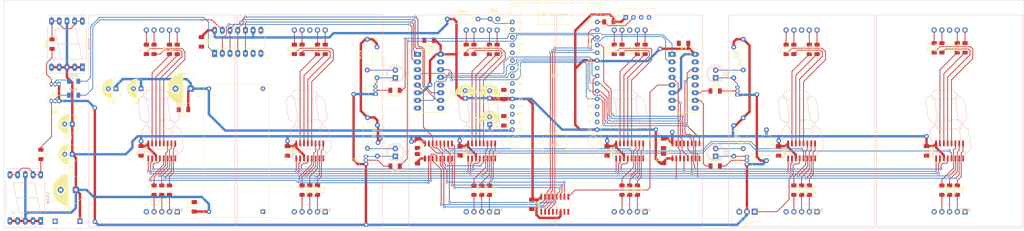
<source format=kicad_pcb>
(kicad_pcb (version 20211014) (generator pcbnew)
  (layers (0 "F.Cu" signal) (31 "B.Cu" signal) (34 "B.Paste" user) (35 "F.Paste" user) (36 "B.SilkS" user "B.Silkscreen") (37 "F.SilkS" user "F.Silkscreen") (38 "B.Mask" user) (39 "F.Mask" user) (44 "Edge.Cuts" user))
  (net 0 "")
  (net 1 "GND")
  (net 2 "+12V")
  (net 3 "Net-(R5-Pad2)")
  (net 4 "Net-(D1-Pad1)")
  (net 5 "Net-(D1-Pad2)")
  (net 6 "Net-(D2-Pad1)")
  (net 7 "Net-(D2-Pad2)")
  (net 8 "Net-(D3-Pad1)")
  (net 9 "Net-(D3-Pad2)")
  (net 10 "Net-(D4-Pad1)")
  (net 11 "Net-(D4-Pad2)")
  (net 12 "Net-(Q1-Pad2)")
  (net 13 "Net-(Q2-Pad2)")
  (net 14 "Net-(Q3-Pad2)")
  (net 15 "Net-(Q4-Pad2)")
  (net 16 "Net-(R1-Pad1)")
  (net 17 "Net-(R2-Pad1)")
  (net 18 "Net-(R3-Pad1)")
  (net 19 "Net-(R4-Pad1)")
  (net 20 "Net-(R5-Pad1)")
  (net 21 "Net-(R6-Pad1)")
  (net 22 "Net-(R7-Pad1)")
  (net 23 "Net-(R8-Pad1)")
  (net 24 "Net-(R9-Pad1)")
  (net 25 "Net-(R10-Pad1)")
  (net 26 "Net-(R11-Pad1)")
  (net 27 "Net-(R12-Pad1)")
  (net 28 "Net-(R13-Pad1)")
  (net 29 "Net-(R14-Pad1)")
  (net 30 "Net-(R15-Pad1)")
  (net 31 "Net-(R21-Pad1)")
  (net 32 "Net-(R22-Pad1)")
  (net 33 "Net-(R23-Pad1)")
  (net 34 "Net-(R24-Pad1)")
  (net 35 "Net-(R25-Pad1)")
  (net 36 "Net-(R26-Pad1)")
  (net 37 "Net-(R27-Pad1)")
  (net 38 "Net-(R28-Pad1)")
  (net 39 "Net-(R29-Pad1)")
  (net 40 "Net-(R30-Pad1)")
  (net 41 "Net-(R31-Pad1)")
  (net 42 "Net-(R32-Pad1)")
  (net 43 "Net-(R33-Pad1)")
  (net 44 "Net-(R34-Pad1)")
  (net 45 "Net-(R35-Pad1)")
  (net 46 "Net-(R38-Pad1)")
  (net 47 "Net-(R41-Pad1)")
  (net 48 "Net-(R42-Pad1)")
  (net 49 "Net-(R43-Pad1)")
  (net 50 "Net-(R44-Pad1)")
  (net 51 "Net-(R45-Pad1)")
  (net 52 "Net-(R46-Pad1)")
  (net 53 "Net-(U1-Pad2)")
  (net 54 "DispA")
  (net 55 "Net-(R6-Pad2)")
  (net 56 "DispB")
  (net 57 "Net-(U1-Pad6)")
  (net 58 "DispC")
  (net 59 "DispD")
  (net 60 "Net-(R7-Pad2)")
  (net 61 "~{BlkDisp}")
  (net 62 "/Display/DotsClk")
  (net 63 "DispSel0")
  (net 64 "DispSel1")
  (net 65 "DispSel2")
  (net 66 "Net-(U10-Pad5)")
  (net 71 "Net-(R8-Pad2)")
  (net 72 "Net-(R9-Pad2)")
  (net 73 "Net-(R10-Pad2)")
  (net 74 "Net-(R11-Pad2)")
  (net 75 "Net-(R12-Pad2)")
  (net 76 "Net-(R13-Pad2)")
  (net 77 "Net-(R14-Pad2)")
  (net 78 "Net-(R21-Pad2)")
  (net 79 "Net-(R22-Pad2)")
  (net 80 "Net-(R23-Pad2)")
  (net 81 "Net-(R24-Pad2)")
  (net 82 "Net-(R25-Pad2)")
  (net 83 "Net-(R26-Pad2)")
  (net 84 "Net-(R27-Pad2)")
  (net 85 "Net-(R28-Pad2)")
  (net 86 "Net-(R29-Pad2)")
  (net 87 "Net-(R30-Pad2)")
  (net 88 "Net-(R31-Pad2)")
  (net 89 "Net-(R32-Pad2)")
  (net 90 "Net-(R33-Pad2)")
  (net 91 "Net-(R34-Pad2)")
  (net 92 "Net-(R41-Pad2)")
  (net 93 "Net-(R42-Pad2)")
  (net 94 "Net-(R43-Pad2)")
  (net 95 "Net-(R44-Pad2)")
  (net 96 "Net-(R45-Pad2)")
  (net 97 "Net-(R46-Pad2)")
  (net 98 "+3.3V")
  (net 99 "+5V")
  (net 100 "/Display/LedsGnd")
  (net 101 "Net-(Q5-Pad2)")
  (net 102 "Net-(Q5-Pad3)")
  (net 103 "Net-(Q6-Pad2)")
  (net 104 "Net-(Q6-Pad3)")
  (net 105 "/Display/~{BlkDispBuf}")
  (net 106 "Net-(R1-Pad2)")
  (net 107 "Net-(R2-Pad2)")
  (net 108 "Net-(R3-Pad2)")
  (net 109 "Net-(R4-Pad2)")
  (net 110 "Net-(R47-Pad1)")
  (net 111 "Net-(R47-Pad2)")
  (net 112 "Net-(R48-Pad1)")
  (net 113 "Net-(R48-Pad2)")
  (net 114 "Net-(R49-Pad1)")
  (net 115 "Net-(R49-Pad2)")
  (net 116 "Net-(R50-Pad2)")
  (net 117 "Net-(R51-Pad1)")
  (net 118 "Net-(R51-Pad2)")
  (net 119 "Net-(R52-Pad1)")
  (net 120 "Net-(R52-Pad2)")
  (net 121 "/Display/DispDegree")
  (net 122 "Net-(R54-Pad2)")
  (net 123 "Net-(R55-Pad1)")
  (net 124 "Net-(R55-Pad2)")
  (net 125 "Net-(R57-Pad1)")
  (net 126 "Net-(R57-Pad2)")
  (net 127 "/Display/DispPercent")
  (net 128 "Net-(R60-Pad1)")
  (net 129 "Net-(R62-Pad1)")
  (net 130 "Net-(U1-Pad1)")
  (net 131 "Net-(U1-Pad5)")
  (net 132 "Net-(U1-Pad7)")
  (net 134 "Net-(U3-Pad5)")
  (net 135 "Net-(U5-Pad5)")
  (net 136 "Net-(U6-Pad3)")
  (net 137 "Net-(U6-Pad5)")
  (net 138 "Net-(U6-Pad7)")
  (net 139 "Net-(U6-Pad9)")
  (net 140 "Net-(U6-Pad10)")
  (net 141 "Net-(U6-Pad11)")
  (net 142 "Net-(U11-Pad5)")
  (net 143 "Net-(U12-Pad5)")
  (net 145 "Net-(U10-Pad2)")
  (net 146 "Net-(U10-Pad10)")
  (net 147 "Net-(U10-Pad11)")
  (net 148 "Net-(U10-Pad1)")
  (net 168 "Net-(R56-Pad1)")
  (net 169 "Net-(R56-Pad2)")
  (net 170 "Net-(R18-Pad1)")
  (footprint "Resistor_SMD:R_1206_3216Metric_Pad1.30x1.75mm_HandSolder" (layer "F.Cu") (at 283.2608 105.785)
    (fp_text reference "R38")
    (fp_text value "1k")
  )
  (footprint "Resistor_SMD:R_1206_3216Metric_Pad1.30x1.75mm_HandSolder" (layer "F.Cu") (at 98.3821 92.0496 90)
    (fp_text reference "R1")
    (fp_text value "160R")
  )
  (footprint "Capacitor_SMD:C_1206_3216Metric_Pad1.33x1.80mm_HandSolder" (layer "F.Cu") (at 304.1622 125.5776 -90)
    (fp_text reference "C9")
    (fp_text value "100nF")
  )
  (footprint "Package_DIP:DIP-14_W7.62mm_Socket_LongPads" (layer "F.Cu") (at 118.3378 93.3718 90)
    (fp_text reference "U9")
    (fp_text value "4082")
  )
  (footprint "Capacitor_SMD:C_1206_3216Metric_Pad1.33x1.80mm_HandSolder" (layer "F.Cu") (at 272.8542 90.0656 180)
    (fp_text reference "C3")
    (fp_text value "100nF")
  )
  (footprint "Resistor_SMD:R_1206_3216Metric_Pad1.30x1.75mm_HandSolder" (layer "F.Cu") (at 363.0501 138.5316 -90)
    (fp_text reference "R55")
    (fp_text value "160R")
  )
  (footprint "Resistor_SMD:R_1206_3216Metric_Pad1.30x1.75mm_HandSolder" (layer "F.Cu") (at 252.5601 92.0496 90)
    (fp_text reference "R28")
    (fp_text value "160R")
  )
  (footprint "Package_SO:SOIC-16_3.9x9.9mm_P1.27mm" (layer "F.Cu") (at 206.3321 125.5776 90)
    (fp_text reference "U5")
    (fp_text value "4511")
  )
  (footprint "Package_TO_SOT_THT:TO-92_Inline" (layer "F.Cu") (at 290.6124 107.0514 90)
    (fp_text reference "Q4")
    (fp_text value "PN2222A")
  )
  (footprint "Library:LM2596" (layer "F.Cu") (at 124.3206 123.0352 90)
    (fp_text reference "U15")
    (fp_text value "LM2596")
  )
  (footprint "Resistor_SMD:R_1206_3216Metric_Pad1.30x1.75mm_HandSolder" (layer "F.Cu") (at 152.2301 138.5316 -90)
    (fp_text reference "R12")
    (fp_text value "160R")
  )
  (footprint "Connector_PinHeader_2.54mm:PinHeader_1x01_P2.54mm_Vertical" (layer "F.Cu") (at 65.761 148.8234 180)
    (fp_text reference "J2")
    (fp_text value "GND")
  )
  (footprint "Capacitor_SMD:C_1206_3216Metric_Pad1.33x1.80mm_HandSolder" (layer "F.Cu") (at 199.2234 125.5776 -90)
    (fp_text reference "C8")
    (fp_text value "100nF")
  )
  (footprint "Package_TO_SOT_THT:TO-92_Inline" (layer "F.Cu") (at 168.1906 129.9268 90)
    (fp_text reference "Q1")
    (fp_text value "PN2222A")
  )
  (footprint "Capacitor_THT:CP_Radial_D6.3mm_P2.50mm" (layer "F.Cu") (at 85.799041 105.0188 180)
    (fp_text reference "C23")
    (fp_text value "4.7uF")
  )
  (footprint "Resistor_THT:R_Axial_DIN0207_L6.3mm_D2.5mm_P10.16mm_Horizontal" (layer "F.Cu") (at 300.1632 118.618 -90)
    (fp_text reference "R59")
    (fp_text value "10k")
  )
  (footprint "Capacitor_SMD:C_1206_3216Metric_Pad1.33x1.80mm_HandSolder" (layer "F.Cu") (at 94.0908 125.5776 -90)
    (fp_text reference "C14")
    (fp_text value "100nF")
  )
  (footprint "Resistor_SMD:R_1206_3216Metric_Pad1.30x1.75mm_HandSolder" (layer "F.Cu") (at 64.7692 90.3224 90)
    (fp_text reference "R50")
    (fp_text value "160R")
  )
  (footprint "Resistor_SMD:R_1206_3216Metric_Pad1.30x1.75mm_HandSolder" (layer "F.Cu") (at 103.4621 138.5316 -90)
    (fp_text reference "R5")
    (fp_text value "160R")
  )
  (footprint "Resistor_SMD:R_1206_3216Metric_Pad1.30x1.75mm_HandSolder" (layer "F.Cu") (at 177.8076 130.574 180)
    (fp_text reference "R15")
    (fp_text value "1k")
  )
  (footprint "Resistor_SMD:R_1206_3216Metric_Pad1.30x1.75mm_HandSolder" (layer "F.Cu") (at 252.5601 138.5316 -90)
    (fp_text reference "R30")
    (fp_text value "160R")
  )
  (footprint "Resistor_SMD:R_1206_3216Metric_Pad1.30x1.75mm_HandSolder" (layer "F.Cu") (at 260.1801 92.0496 90)
    (fp_text reference "R34")
    (fp_text value "160R")
  )
  (footprint "Capacitor_THT:CP_Radial_D6.3mm_P2.50mm" (layer "F.Cu") (at 208.9862 116.806359 90)
    (fp_text reference "C15")
    (fp_text value "4.7uF")
  )
  (footprint "Resistor_SMD:R_1206_3216Metric_Pad1.30x1.75mm_HandSolder" (layer "F.Cu") (at 360.5101 138.5316 -90)
    (fp_text reference "R52")
    (fp_text value "160R")
  )
  (footprint "Resistor_SMD:R_1206_3216Metric_Pad1.30x1.75mm_HandSolder" (layer "F.Cu") (at 309.2021 138.5316 -90)
    (fp_text reference "R43")
    (fp_text value "160R")
  )
  (footprint "Resistor_THT:R_Axial_DIN0207_L6.3mm_D2.5mm_P10.16mm_Horizontal" (layer "F.Cu") (at 168.635 98.8732 90)
    (fp_text reference "R19")
    (fp_text value "560R")
  )
  (footprint "Capacitor_THT:CP_Radial_D6.3mm_P2.50mm" (layer "F.Cu") (at 94.105759 105.0188 180)
    (fp_text reference "C24")
    (fp_text value "47uF")
  )
  (footprint "Resistor_SMD:R_1206_3216Metric_Pad1.30x1.75mm_HandSolder" (layer "F.Cu") (at 250.0201 92.0496 90)
    (fp_text reference "R29")
    (fp_text value "160R")
  )
  (footprint "Capacitor_SMD:C_1206_3216Metric_Pad1.33x1.80mm_HandSolder" (layer "F.Cu") (at 352.9162 125.5776 -90)
    (fp_text reference "C10")
    (fp_text value "100nF")
  )
  (footprint "Resistor_SMD:R_1206_3216Metric_Pad1.30x1.75mm_HandSolder" (layer "F.Cu") (at 149.6901 138.5316 -90)
    (fp_text reference "R11")
    (fp_text value "160R")
  )
  (footprint "Resistor_SMD:R_1206_3216Metric_Pad1.30x1.75mm_HandSolder" (layer "F.Cu") (at 61.0786 126.7291 -90)
    (fp_text reference "R54")
    (fp_text value "160R")
  )
  (footprint "Library:ESP8266 (NodeMCU_12-E)" (layer "F.Cu") (at 230.4221 100.7736)
    (fp_text reference "U13")
    (fp_text value "ESP8266")
  )
  (footprint "Resistor_SMD:R_1206_3216Metric_Pad1.30x1.75mm_HandSolder" (layer "F.Cu") (at 357.9701 91.5416 90)
    (fp_text reference "R48")
    (fp_text value "160R")
  )
  (footprint "Resistor_SMD:R_1206_3216Metric_Pad1.30x1.75mm_HandSolder" (layer "F.Cu") (at 147.1501 138.5316 -90)
    (fp_text reference "R10")
    (fp_text value "160R")
  )
  (footprint "Resistor_SMD:R_1206_3216Metric_Pad1.30x1.75mm_HandSolder" (layer "F.Cu") (at 106.0021 92.0496 90)
    (fp_text reference "R7")
    (fp_text value "160R")
  )
  (footprint "Resistor_SMD:R_1206_3216Metric_Pad1.30x1.75mm_HandSolder" (layer "F.Cu") (at 314.2821 92.0496 90)
    (fp_text reference "R46")
    (fp_text value "160R")
  )
  (footprint "Resistor_SMD:R_1206_3216Metric_Pad1.30x1.75mm_HandSolder" (layer "F.Cu") (at 257.6401 138.5316 -90)
    (fp_text reference "R32")
    (fp_text value "160R")
  )
  (footprint "Resistor_THT:R_Axial_DIN0207_L6.3mm_D2.5mm_P10.16mm_Horizontal" (layer "F.Cu") (at 168.7072 124.72 90)
    (fp_text reference "R16")
    (fp_text value "560R")
  )
  (footprint "Resistor_SMD:R_1206_3216Metric_Pad1.30x1.75mm_HandSolder" (layer "F.Cu") (at 311.7421 138.5316 -90)
    (fp_text reference "R44")
    (fp_text value "160R")
  )
  (footprint "Resistor_SMD:R_1206_3216Metric_Pad1.30x1.75mm_HandSolder" (layer "F.Cu") (at 203.7921 92.0496 90)
    (fp_text reference "R21")
    (fp_text value "160R")
  )
  (footprint "Package_SO:SOIC-16_3.9x9.9mm_P1.27mm" (layer "F.Cu") (at 360.5101 125.5776 90)
    (fp_text reference "U12")
    (fp_text value "4511")
  )
  (footprint "Resistor_THT:R_Axial_DIN0207_L6.3mm_D2.5mm_P10.16mm_Horizontal" (layer "F.Cu") (at 171.9562 117.1206 -90)
    (fp_text reference "R17")
    (fp_text value "10k")
  )
  (footprint "Package_TO_SOT_THT:TO-92_Inline" (layer "F.Cu") (at 67.0774 103.5564 180)
    (fp_text reference "Q5")
    (fp_text value "PN2222A")
  )
  (footprint "Capacitor_SMD:C_1206_3216Metric_Pad1.33x1.80mm_HandSolder" (layer "F.Cu") (at 142.3134 125.5776 -90)
    (fp_text reference "C12")
    (fp_text value "100nF")
  )
  (footprint "Resistor_SMD:R_1206_3216Metric_Pad1.30x1.75mm_HandSolder" (layer "F.Cu") (at 203.7921 138.5316 -90)
    (fp_text reference "R23")
    (fp_text value "160R")
  )
  (footprint "Resistor_THT:R_Axial_DIN0207_L6.3mm_D2.5mm_P10.16mm_Horizontal" (layer "F.Cu") (at 292.5284 98.8568 90)
    (fp_text reference "R39")
    (fp_text value "560R")
  )
  (footprint "Package_TO_SOT_THT:TO-92_Inline" (layer "F.Cu") (at 67.0774 109.075 180)
    (fp_text reference "Q6")
    (fp_text value "PN2222A")
  )
  (footprint "Capacitor_SMD:C_1206_3216Metric_Pad1.33x1.80mm_HandSolder" (layer "F.Cu") (at 185.1746 128.1671 90)
    (fp_text reference "C1")
    (fp_text value "100nF")
  )
  (footprint "Resistor_SMD:R_1206_3216Metric_Pad1.30x1.75mm_HandSolder" (layer "F.Cu") (at 208.8721 138.5316 -90)
    (fp_text reference "R25")
    (fp_text value "160R")
  )
  (footprint "Resistor_SMD:R_1206_3216Metric_Pad1.30x1.75mm_HandSolder" (layer "F.Cu") (at 100.9221 138.5316 -90)
    (fp_text reference "R4")
    (fp_text value "160R")
  )
  (footprint "Capacitor_SMD:C_1206_3216Metric_Pad1.33x1.80mm_HandSolder" (layer "F.Cu") (at 188.9904 89.0496 180)
    (fp_text reference "C4")
    (fp_text value "100nF")
  )
  (footprint "Capacitor_SMD:C_1206_3216Metric_Pad1.33x1.80mm_HandSolder" (layer "F.Cu") (at 213.628 106.99122 90)
    (fp_text reference "C17")
    (fp_text value "100nF")
  )
  (footprint "Resistor_SMD:R_1206_3216Metric_Pad1.30x1.75mm_HandSolder" (layer "F.Cu") (at 95.8421 92.0496 90)
    (fp_text reference "R2")
    (fp_text value "160R")
  )
  (footprint "Package_SO:SOIC-16_3.9x9.9mm_P1.27mm" (layer "F.Cu") (at 273.6342 125.5776 90)
    (fp_text reference "U2")
    (fp_text value "4504")
  )
  (footprint "Resistor_SMD:R_1206_3216Metric_Pad1.30x1.75mm_HandSolder" (layer "F.Cu") (at 255.1001 138.5316 -90)
    (fp_text reference "R31")
    (fp_text value "160R")
  )
  (footprint "Package_SO:SOIC-16_3.9x9.9mm_P1.27mm" (layer "F.Cu") (at 100.9221 125.5776 90)
    (fp_text reference "U1")
    (fp_text value "4511")
  )
  (footprint "Package_SO:SOIC-16_3.9x9.9mm_P1.27mm" (layer "F.Cu") (at 230.4221 143.21 90)
    (fp_text reference "U7")
    (fp_text value "74HC138")
  )
  (footprint "Resistor_SMD:R_1206_3216Metric_Pad1.30x1.75mm_HandSolder" (layer "F.Cu") (at 152.2301 92.0496 90)
    (fp_text reference "R13")
    (fp_text value "160R")
  )
  (footprint "Resistor_SMD:R_1206_3216Metric_Pad1.30x1.75mm_HandSolder" (layer "F.Cu") (at 357.9701 138.5316 -90)
    (fp_text reference "R51")
    (fp_text value "160R")
  )
  (footprint "Resistor_SMD:R_1206_3216Metric_Pad1.30x1.75mm_HandSolder" (layer "F.Cu") (at 98.3821 138.5316 -90)
    (fp_text reference "R3")
    (fp_text value "160R")
  )
  (footprint "Resistor_SMD:R_1206_3216Metric_Pad1.30x1.75mm_HandSolder" (layer "F.Cu") (at 316.8441 92.0496 90)
    (fp_text reference "R47")
    (fp_text value "160R")
  )
  (footprint "Resistor_SMD:R_1206_3216Metric_Pad1.30x1.75mm_HandSolder" (layer "F.Cu") (at 283.2862 130.536)
    (fp_text reference "R35")
    (fp_text value "1k")
  )
  (footprint "Package_SO:SOIC-16_3.9x9.9mm_P1.27mm" (layer "F.Cu") (at 311.7421 125.5776 90)
    (fp_text reference "U11")
    (fp_text value "4511")
  )
  (footprint "Capacitor_SMD:C_1206_3216Metric_Pad1.33x1.80mm_HandSolder" (layer "F.Cu") (at 213.628 115.623979 90)
    (fp_text reference "C16")
    (fp_text value "100nF")
  )
  (footprint "Resistor_THT:R_Axial_DIN0207_L6.3mm_D2.5mm_P10.16mm_Horizontal" (layer "F.Cu") (at 289.3918 91.288 -90)
    (fp_text reference "R40")
    (fp_text value "10k")
  )
  (footprint "Capacitor_THT:CP_Radial_D10.0mm_P5.00mm" (layer "F.Cu") (at 72.612646 138.4402 180)
    (fp_text reference "C26")
    (fp_text value "470uF")
  )
  (footprint "Capacitor_THT:CP_Radial_D6.3mm_P2.50mm" (layer "F.Cu") (at 200.8886 108.1736 90)
    (fp_text reference "C18")
    (fp_text value "47uF")
  )
  (footprint "Resistor_THT:R_Axial_DIN0207_L6.3mm_D2.5mm_P10.16mm_Horizontal" (layer "F.Cu") (at 292.524 124.8288 90)
    (fp_text reference "R36")
    (fp_text value "560R")
  )
  (footprint "Resistor_SMD:R_1206_3216Metric_Pad1.30x1.75mm_HandSolder" (layer "F.Cu") (at 314.2821 138.5316 -90)
    (fp_text reference "R45")
    (fp_text value "160R")
  )
  (footprint "Capacitor_THT:CP_Radial_D6.3mm_P2.50mm" (layer "F.Cu") (at 71.427349 116.7318 180)
    (fp_text reference "C21")
    (fp_text value "4.7uF")
  )
  (footprint "Resistor_SMD:R_1206_3216Metric_Pad1.30x1.75mm_HandSolder" (layer "F.Cu") (at 144.6101 92.0496 90)
    (fp_text reference "R9")
    (fp_text value "160R")
  )
  (footprint "Package_DIP:DIP-16_W7.62mm_Socket_LongPads" (layer "F.Cu") (at 185.1904 93.6674)
    (fp_text reference "U10")
    (fp_text value "4042")
  )
  (footprint "Package_SO:SOIC-16_3.9x9.9mm_P1.27mm" (layer "F.Cu") (at 255.1001 125.5776 90)
    (fp_text reference "U8")
    (fp_text value "4511")
  )
  (footprint "Connector_PinHeader_2.54mm:PinHeader_1x01_P2.54mm_Vertical" (layer "F.Cu") (at 73.9608 148.8234 180)
    (fp_text reference "J1")
    (fp_text value "12V")
  )
  (footprint "Package_DIP:DIP-16_W7.62mm_Socket_LongPads" (layer "F.Cu") (at 269.0542 93.6674)
    (fp_text reference "U4")
    (fp_text value "4042")
  )
  (footprint "Resistor_SMD:R_1206_3216Metric_Pad1.30x1.75mm_HandSolder" (layer "F.Cu") (at 248.2518 82.9714)
    (fp_text reference "R62")
    (fp_text value "1k")
  )
  (footprint "Capacitor_THT:CP_Radial_D10.0mm_P5.00mm" (layer "F.Cu") (at 110.446154 105.0188 180)
    (fp_text reference "C27")
    (fp_text value "470uF")
  )
  (footprint "Resistor_SMD:R_1206_3216Metric_Pad1.30x1.75mm_HandSolder" (layer "F.Cu") (at 177.7742 105.5694 180)
    (fp_text reference "R18")
    (fp_text value "1k")
  )
  (footprint "Sensor:Aosong_DHT11_5.5x12.0_P2.54mm" (layer "F.Cu") (at 253.8192 81.4866 90)
    (fp_text reference "U14")
    (fp_text value "DHT11")
  )
  (footprint "Package_SO:SOIC-16_3.9x9.9mm_P1.27mm" (layer "F.Cu") (at 149.6901 125.5776 90)
    (fp_text reference "U3")
    (fp_text value "4511")
  )
  (footprint "Resistor_THT:R_Axial_DIN0207_L6.3mm_D2.5mm_P10.16mm_Horizontal" (layer "F.Cu") (at 194.988 82.0306)
    (fp_text reference "R61")
    (fp_text value "2.2M")
  )
  (footprint "Capacitor_SMD:C_1206_3216Metric_Pad1.33x1.80mm_HandSolder" (layer "F.Cu") (at 111.647 144.0434 90)
    (fp_text reference "C19")
    (fp_text value "100nF")
  )
  (footprint "Capacitor_SMD:C_1206_3216Metric_Pad1.33x1.80mm_HandSolder" (layer "F.Cu") (at 108.078477 111.9 180)
    (fp_text reference "C22")
    (fp_text value "100nF")
  )
  (footprint "Package_TO_SOT_THT:TO-92_Inline" (layer "F.Cu") (at 293.7354 129.9622 90)
    (fp_text reference "Q3")
    (fp_text value "PN2222A")
  )
  (footprint "Package_TO_SOT_THT:TO-92_Inline" (layer "F.Cu") (at 171.3542 106.8304 90)
    (fp_text reference "Q2")
    (fp_text value "PN2222A")
  )
  (footprint "Resistor_SMD:R_1206_3216Metric_Pad1.30x1.75mm_HandSolder" (layer "F.Cu") (at 257.6401 92.0496 90)
    (fp_text reference "R33")
    (fp_text value "160R")
  )
  (footprint "Resistor_SMD:R_1206_3216Metric_Pad1.30x1.75mm_HandSolder" (layer "F.Cu") (at 211.4121 92.0496 90)
    (fp_text reference "R27")
    (fp_text value "160R")
  )
  (footprint "Resistor_SMD:R_1206_3216Metric_Pad1.30x1.75mm_HandSolder" (layer "F.Cu") (at 363.0501 91.5416 90)
    (fp_text reference "R56")
    (fp_text value "160R")
  )
  (footprint "Resistor_SMD:R_1206_3216Metric_Pad1.30x1.75mm_HandSolder" (layer "F.Cu") (at 201.2521 92.0496 90)
    (fp_text reference "R22")
    (fp_text value "160R")
  )
  (footprint "Resistor_SMD:R_1206_3216Metric_Pad1.30x1.75mm_HandSolder" (layer "F.Cu") (at 208.8721 92.0496 90)
    (fp_text reference "R26")
    (fp_text value "160R")
  )
  (footprint "Resistor_SMD:R_1206_3216Metric_Pad1.30x1.75mm_HandSolder" (layer "F.Cu") (at 206.3321 138.5316 -90)
    (fp_text reference "R24")
    (fp_text value "160R")
  )
  (footprint "Capacitor_SMD:C_1206_3216Metric_Pad1.33x1.80mm_HandSolder" (layer "F.Cu") (at 113.9924 89.5718 -90)
    (fp_text reference "C2")
    (fp_text value "100nF")
  )
  (footprint "Capacitor_THT:CP_Radial_D6.3mm_P2.50mm" (layer "F.Cu") (at 71.427349 126.6864 180)
    (fp_text reference "C20")
    (fp_text value "47uF")
  )
  (footprint "Capacitor_SMD:C_1206_3216Metric_Pad1.33x1.80mm_HandSolder" (layer "F.Cu") (at 185.1746 123.0401 -90)
    (fp_text reference "C7")
    (fp_text value "100nF")
  )
  (footprint "Capacitor_SMD:C_1206_3216Metric_Pad1.33x1.80mm_HandSolder" (layer "F.Cu") (at 222.8428 143.21 -90)
    (fp_text reference "C6")
    (fp_text value "100nF")
  )
  (footprint "Package_TO_SOT_THT:TO-220-3_Vertical" (layer "F.Cu") (at 296.2856 145.6578 180)
    (fp_text reference "Q7")
    (fp_text value "13N50F")
  )
  (footprint "Resistor_SMD:R_1206_3216Metric_Pad1.30x1.75mm_HandSolder" (layer "F.Cu") (at 147.1501 92.0496 90)
    (fp_text reference "R8")
    (fp_text value "160R")
  )
  (footprint "Resistor_SMD:R_1206_3216Metric_Pad1.30x1.75mm_HandSolder" (layer "F.Cu") (at 306.6621 92.0496 90)
    (fp_text reference "R42")
    (fp_text value "160R")
  )
  (footprint "Capacitor_SMD:C_1206_3216Metric_Pad1.33x1.80mm_HandSolder" (layer "F.Cu") (at 247.6472 125.5776 -90)
    (fp_text reference "C11")
    (fp_text value "100nF")
  )
  (footprint "Package_SO:SOIC-16_3.9x9.9mm_P1.27mm" (layer "F.Cu") (at 192.0994 125.6036 90)
    (fp_text reference "U6")
    (fp_text value "4504")
  )
  (footprint "Resistor_SMD:R_1206_3216Metric_Pad1.30x1.75mm_HandSolder" (layer "F.Cu") (at 355.4301 91.5416 90)
    (fp_text reference "R49")
    (fp_text value "160R")
  )
  (footprint "Resistor_THT:R_Axial_DIN0207_L6.3mm_D2.5mm_P10.16mm_Horizontal" (layer "F.Cu") (at 171.8256 91.261 -90)
    (fp_text reference "R20")
    (fp_text value "10k")
  )
  (footprint "Capacitor_SMD:C_1206_3216Metric_Pad1.33x1.80mm_HandSolder" (layer "F.Cu") (at 266.2682 123.0776 -90)
    (fp_text reference "C13")
    (fp_text value "100nF")
  )
  (footprint "Capacitor_THT:CP_Radial_D6.3mm_P2.50mm" (layer "F.Cu") (at 208.9862 108.1736 90)
    (fp_text reference "C25")
    (fp_text value "4.7uF")
  )
  (footprint "Resistor_SMD:R_1206_3216Metric_Pad1.30x1.75mm_HandSolder" (layer "F.Cu") (at 103.4621 92.0496 90)
    (fp_text reference "R6")
    (fp_text value "160R")
  )
  (footprint "Resistor_THT:R_Axial_DIN0207_L6.3mm_D2.5mm_P10.16mm_Horizontal" (layer "F.Cu") (at 289.3892 117.1968 -90)
    (fp_text reference "R37")
    (fp_text value "10k")
  )
  (footprint "Resistor_SMD:R_1206_3216Metric_Pad1.30x1.75mm_HandSolder" (layer "F.Cu") (at 365.5901 91.5416 90)
    (fp_text reference "R57")
    (fp_text value "160R")
  )
  (footprint "Capacitor_SMD:C_1206_3216Metric_Pad1.33x1.80mm_HandSolder" (layer "F.Cu") (at 266.2682 128.0776 90)
    (fp_text reference "C5")
    (fp_text value "100nF")
  )
  (footprint "Resistor_SMD:R_1206_3216Metric_Pad1.30x1.75mm_HandSolder" (layer "F.Cu") (at 309.2021 92.0496 90)
    (fp_text reference "R41")
    (fp_text value "160R")
  )
  (footprint "OptoDevice:R_LDR_4.9x4.2mm_P2.54mm_Vertical" (layer "F.Cu") (at 209.104 82.0044)
    (fp_text reference "R60")
    (fp_text value "R_Photo")
  )
  (footprint "Resistor_SMD:R_1206_3216Metric_Pad1.30x1.75mm_HandSolder" (layer "F.Cu") (at 154.7701 92.0496 90)
    (fp_text reference "R14")
    (fp_text value "160R")
  )
  (footprint "Library:LSD230A" (layer "B.Cu") (at 255.1001 115.6716 180)
    (fp_text reference "SSD4")
    (fp_text value "MIN_TENS")
  )
  (footprint "Display_7Segment:7SegmentLED_LTS6760_LTS6780" (layer "B.Cu") (at 61.0441 148.6916 90)
    (fp_text reference "SSD8")
    (fp_text value "Percent")
  )
  (footprint "LED_THT:LED_D5.0mm" (layer "B.Cu") (at 283.4211 127.3556 90)
    (fp_text reference "D3")
    (fp_text value "LED")
  )
  (footprint "LED_THT:LED_D5.0mm" (layer "B.Cu") (at 177.8841 127.3556 90)
    (fp_text reference "D1")
    (fp_text value "LED")
  )
  (footprint "Resistor_SMD:R_1206_3216Metric_Pad1.30x1.75mm_HandSolder" (layer "B.Cu") (at 71.8686 102.5702 180)
    (fp_text reference "R53")
    (fp_text value "1k")
  )
  (footprint "Library:LSD230A" (layer "B.Cu") (at 311.7421 115.6716 180)
    (fp_text reference "SSD5")
    (fp_text value "HOU_UNITS")
  )
  (footprint "Resistor_SMD:R_1206_3216Metric_Pad1.30x1.75mm_HandSolder" (layer "B.Cu") (at 71.8686 107.1696 180)
    (fp_text reference "R58")
    (fp_text value "1k")
  )
  (footprint "LED_THT:LED_D5.0mm" (layer "B.Cu") (at 177.8841 101.4476 90)
    (fp_text reference "D2")
    (fp_text value "LED")
  )
  (footprint "Library:LSD230A" (layer "B.Cu") (at 206.3321 115.6716 180)
    (fp_text reference "SSD3")
    (fp_text value "MIN_UNITS")
  )
  (footprint "Display_7Segment:7SegmentLED_LTS6760_LTS6780" (layer "B.Cu") (at 74.7601 97.9424 90)
    (fp_text reference "SSD6")
    (fp_text value "Degree")
  )
  (footprint "Library:LSD230A" (layer "B.Cu") (at 149.6901 115.6716 180)
    (fp_text reference "SSD2")
    (fp_text value "SEC_TENS")
  )
  (footprint "Library:LSD230A" (layer "B.Cu") (at 100.9221 115.6716 180)
    (fp_text reference "SSD1")
    (fp_text value "SEC_UNITS")
  )
  (footprint "LED_THT:LED_D5.0mm" (layer "B.Cu") (at 283.4211 101.4476 90)
    (fp_text reference "D4")
    (fp_text value "LED")
  )
  (footprint "Library:LSD230A" (layer "B.Cu") (at 360.5101 115.6716 180)
    (fp_text reference "SSD7")
    (fp_text value "HOU_TENS")
  )
  (gr_rect (start 48.8442 151.13) (end 384.9878 75.7936) (layer "Edge.Cuts") (width 0.1) (fill none))
  (segment (start 142.3134 124.0151) (end 144.231 124.0151) (width 0.8) (layer "F.Cu") (net 2))
  (segment (start 99.0171 127.0587) (end 96.4771 124.5187) (width 0.8) (layer "F.Cu") (net 2))
  (segment (start 250.6726 123.0851) (end 250.6551 123.1026) (width 0.8) (layer "F.Cu") (net 2))
  (segment (start 147.7851 127.0079) (end 145.2451 124.4679) (width 0.8) (layer "F.Cu") (net 2))
  (segment (start 168.7386 114.5286) (end 171.0182 114.5286) (width 0.8) (layer "F.Cu") (net 2))
  (segment (start 269.1384 119.38) (end 269.1384 123.0518) (width 0.8) (layer "F.Cu") (net 2))
  (segment (start 170.3742 88.7132) (end 171.8256 90.1646) (width 0.8) (layer "F.Cu") (net 2))
  (segment (start 172.1612 122.8598) (end 172.1612 117.3256) (width 0.8) (layer "F.Cu") (net 2))
  (segment (start 199.2234 124.0151) (end 200.9746 124.0151) (width 0.8) (layer "F.Cu") (net 2))
  (segment (start 94.0908 124.0151) (end 95.5646 124.0151) (width 0.8) (layer "F.Cu") (net 2))
  (segment (start 253.1951 126.8809) (end 250.6551 124.3409) (width 0.8) (layer "F.Cu") (net 2))
  (segment (start 58.5041 148.6916) (end 61.0441 148.6916) (width 0.8) (layer "F.Cu") (net 2))
  (segment (start 171.9562 115.4666) (end 171.9562 117.1206) (width 0.8) (layer "F.Cu") (net 2))
  (segment (start 294.5892 112.6036) (end 294.5892 90.7576) (width 0.8) (layer "F.Cu") (net 2))
  (segment (start 304.2158 122.2248) (end 304.2158 123.9615) (width 0.8) (layer "F.Cu") (net 2))
  (segment (start 250.6551 124.3409) (end 250.6551 123.1026) (width 0.8) (layer "F.Cu") (net 2))
  (segment (start 145.2451 123.9091) (end 145.2451 123.1026) (width 0.25) (layer "F.Cu") (net 2))
  (segment (start 94.107 123.9989) (end 94.0908 124.0151) (width 0.8) (layer "F.Cu") (net 2))
  (segment (start 99.0171 128.0526) (end 99.0171 127.0587) (width 0.8) (layer "F.Cu") (net 2))
  (segment (start 72.612646 138.4402) (end 72.612646 138.754246) (width 0.8) (layer "F.Cu") (net 2))
  (segment (start 292.5284 88.6968) (end 290.2458 88.6968) (width 0.8) (layer "F.Cu") (net 2))
  (segment (start 71.427349 126.6864) (end 71.427349 125.676651) (width 0.8) (layer "F.Cu") (net 2))
  (segment (start 204.4271 128.0526) (end 204.4271 126.8047) (width 0.8) (layer "F.Cu") (net 2))
  (segment (start 144.231 124.0151) (end 144.2818 124.0659) (width 0.8) (layer "F.Cu") (net 2))
  (segment (start 171.0182 114.5286) (end 171.9562 115.4666) (width 0.8) (layer "F.Cu") (net 2))
  (segment (start 69.6801 97.9424) (end 69.6801 101.2777) (width 0.8) (layer "F.Cu") (net 2))
  (segment (start 73.9608 139.788354) (end 72.612646 138.4402) (width 0.8) (layer "F.Cu") (net 2))
  (segment (start 187.6544 123.1286) (end 187.6552 123.1278) (width 0.8) (layer "F.Cu") (net 2))
  (segment (start 111.647 145.6059) (end 116.4113 145.6059) (width 0.8) (layer "F.Cu") (net 2))
  (segment (start 71.427349 103.024949) (end 71.427349 116.7318) (width 0.8) (layer "F.Cu") (net 2))
  (segment (start 307.2971 124.2901) (end 307.2971 123.1026) (width 0.8) (layer "F.Cu") (net 2))
  (segment (start 167.9834 88.7132) (end 166.5224 90.1742) (width 0.8) (layer "F.Cu") (net 2))
  (segment (start 171.8256 90.1646) (end 171.8256 91.261) (width 0.8) (layer "F.Cu") (net 2))
  (segment (start 294.5892 90.7576) (end 292.5284 88.6968) (width 0.8) (layer "F.Cu") (net 2))
  (segment (start 309.8371 126.8301) (end 307.2971 124.2901) (width 0.8) (layer "F.Cu") (net 2))
  (segment (start 247.7008 123.9615) (end 247.6472 124.0151) (width 0.8) (layer "F.Cu") (net 2))
  (segment (start 250.6551 123.1026) (end 250.6301 123.0776) (width 0.8) (layer "F.Cu") (net 2))
  (segment (start 142.367 122.301) (end 142.367 123.9615) (width 0.8) (layer "F.Cu") (net 2))
  (segment (start 69.6801 101.2777) (end 71.427349 103.024949) (width 0.8) (layer "F.Cu") (net 2))
  (segment (start 247.7008 122.2502) (end 247.7008 123.9615) (width 0.8) (layer "F.Cu") (net 2))
  (segment (start 356.0826 123.0851) (end 356.0651 123.1026) (width 0.8) (layer "F.Cu") (net 2))
  (segment (start 186.0034 121.4776) (end 187.6544 123.1286) (width 0.8) (layer "F.Cu") (net 2))
  (segment (start 168.7322 114.585) (end 168.7072 114.56) (width 0.8) (layer "F.Cu") (net 2))
  (segment (start 199.0852 123.8769) (end 199.2234 124.0151) (width 0.8) (layer "F.Cu") (net 2))
  (segment (start 53.4241 148.6916) (end 55.9641 148.6916) (width 0.8) (layer "F.Cu") (net 2))
  (segment (start 307.3146 123.0851) (end 307.2971 123.1026) (width 0.8) (layer "F.Cu") (net 2))
  (segment (start 55.9641 148.6916) (end 58.5041 148.6916) (width 0.8) (layer "F.Cu") (net 2))
  (segment (start 199.0852 122.174) (end 199.0852 123.8769) (width 0.8) (layer "F.Cu") (net 2))
  (segment (start 166.5224 90.1742) (end 166.5224 112.3752) (width 0.8) (layer "F.Cu") (net 2))
  (segment (start 183.1848 122.5042) (end 184.148 122.5042) (width 0.8) (layer "F.Cu") (net 2))
  (segment (start 72.2201 97.9424) (end 69.6801 97.9424) (width 0.8) (layer "F.Cu") (net 2))
  (segment (start 266.2682 121.5151) (end 267.6017 121.5151) (width 0.8) (layer "F.Cu") (net 2))
  (segment (start 50.8841 148.6916) (end 53.4241 148.6916) (width 0.8) (layer "F.Cu") (net 2))
  (segment (start 116.4113 145.6059) (end 116.4466 145.6412) (width 0.8) (layer "F.Cu") (net 2))
  (segment (start 145.2451 124.4679) (end 145.2451 123.1026) (width 0.8) (layer "F.Cu") (net 2))
  (segment (start 201.9046 123.0851) (end 201.8871 123.1026) (width 0.8) (layer "F.Cu") (net 2))
  (segment (start 267.6017 121.5151) (end 269.1892 123.1026) (width 0.8) (layer "F.Cu") (net 2))
  (segment (start 166.5224 112.3752) (end 168.7072 114.56) (width 0.8) (layer "F.Cu") (net 2))
  (segment (start 204.4271 126.8047) (end 201.8871 124.2647) (width 0.8) (layer "F.Cu") (net 2))
  (segment (start 168.7072 114.56) (end 168.7386 114.5286) (width 0.8) (layer "F.Cu") (net 2))
  (segment (start 142.367 123.9615) (end 142.3134 124.0151) (width 0.8) (layer "F.Cu") (net 2))
  (segment (start 72.612646 127.871697) (end 71.427349 126.6864) (width 0.8) (layer "F.Cu") (net 2))
  (segment (start 168.635 88.7132) (end 167.9834 88.7132) (width 0.8) (layer "F.Cu") (net 2))
  (segment (start 73.9608 148.8234) (end 73.9608 139.788354) (width 0.8) (layer "F.Cu") (net 2))
  (segment (start 74.7601 97.9424) (end 72.2201 97.9424) (width 0.8) (layer "F.Cu") (net 2))
  (segment (start 201.8871 124.2647) (end 201.8871 123.1026) (width 0.8) (layer "F.Cu") (net 2))
  (segment (start 69.6801 97.9424) (end 67.1401 97.9424) (width 0.8) (layer "F.Cu") (net 2))
  (segment (start 289.3918 89.5508) (end 289.3918 91.288) (width 0.8) (layer "F.Cu") (net 2))
  (segment (start 147.7851 128.0526) (end 147.7851 127.0079) (width 0.8) (layer "F.Cu") (net 2))
  (segment (start 309.8371 128.0526) (end 309.8371 126.8301) (width 0.8) (layer "F.Cu") (net 2))
  (segment (start 185.1746 121.4776) (end 186.0034 121.4776) (width 0.8) (layer "F.Cu") (net 2))
  (segment (start 64.6001 97.9424) (end 67.1401 97.9424) (width 0.8) (layer "F.Cu") (net 2))
  (segment (start 289.996 117.1968) (end 292.524 114.6688) (width 0.8) (layer "F.Cu") (net 2))
  (segment (start 71.427349 126.6864) (end 71.427349 116.7318) (width 0.8) (layer "F.Cu") (net 2))
  (segment (start 200.9746 124.0151) (end 201.8871 123.1026) (width 0.8) (layer "F.Cu") (net 2))
  (segment (start 168.635 88.7132) (end 170.3742 88.7132) (width 0.8) (layer "F.Cu") (net 2))
  (segment (start 247.6472 124.0151) (end 249.7426 124.0151) (width 0.8) (layer "F.Cu") (net 2))
  (segment (start 144.2818 124.0659) (end 145.2451 123.1026) (width 0.8) (layer "F.Cu") (net 2))
  (segment (start 269.1384 123.0518) (end 269.1892 123.1026) (width 0.8) (layer "F.Cu") (net 2))
  (segment (start 290.2458 88.6968) (end 289.3918 89.5508) (width 0.8) (layer "F.Cu") (net 2))
  (segment (start 184.148 122.5042) (end 185.1746 121.4776) (width 0.8) (layer "F.Cu") (net 2))
  (segment (start 352.9076 124.0065) (end 352.9162 124.0151) (width 0.8) (layer "F.Cu") (net 2))
  (segment (start 253.1951 128.0526) (end 253.1951 126.8809) (width 0.8) (layer "F.Cu") (net 2))
  (segment (start 172.1612 117.3256) (end 171.9562 117.1206) (width 0.8) (layer "F.Cu") (net 2))
  (segment (start 72.612646 138.4402) (end 72.612646 127.871697) (width 0.8) (layer "F.Cu") (net 2))
  (segment (start 292.524 114.6688) (end 294.5892 112.6036) (width 0.8) (layer "F.Cu") (net 2))
  (segment (start 356.0651 124.4425) (end 356.0651 123.1026) (width 0.8) (layer "F.Cu") (net 2))
  (segment (start 96.4771 124.5187) (end 96.4771 123.1026) (width 0.8) (layer "F.Cu") (net 2))
  (segment (start 95.5646 124.0151) (end 96.4771 123.1026) (width 0.8) (layer "F.Cu") (net 2))
  (segment (start 355.1526 124.0151) (end 356.0651 123.1026) (width 0.8) (layer "F.Cu") (net 2))
  (segment (start 306.3846 124.0151) (end 307.2971 123.1026) (width 0.8) (layer "F.Cu") (net 2))
  (segment (start 352.9162 124.0151) (end 355.1526 124.0151) (width 0.8) (layer "F.Cu") (net 2))
  (segment (start 358.6051 126.9825) (end 356.0651 124.4425) (width 0.8) (layer "F.Cu") (net 2))
  (segment (start 352.9076 120.7516) (end 352.9076 124.0065) (width 0.8) (layer "F.Cu") (net 2))
  (segment (start 94.107 122.3518) (end 94.107 123.9989) (width 0.8) (layer "F.Cu") (net 2))
  (segment (start 249.7426 124.0151) (end 250.6551 123.1026) (width 0.8) (layer "F.Cu") (net 2))
  (segment (start 289.3892 117.1968) (end 289.996 117.1968) (width 0.8) (layer "F.Cu") (net 2))
  (segment (start 358.6051 128.0526) (end 358.6051 126.9825) (width 0.8) (layer "F.Cu") (net 2))
  (segment (start 304.1622 124.0151) (end 306.3846 124.0151) (width 0.8) (layer "F.Cu") (net 2))
  (segment (start 73.9608 139.788354) (end 73.9608 139.7976) (width 0.8) (layer "F.Cu") (net 2))
  (segment (start 304.2158 123.9615) (end 304.1622 124.0151) (width 0.8) (layer "F.Cu") (net 2))
  (via (at 142.367 122.301) (size 1.5) (drill 0.8) (layers "F.Cu" "B.Cu") (net 2))
  (via (at 94.107 122.3518) (size 1.5) (drill 0.8) (layers "F.Cu" "B.Cu") (net 2))
  (via (at 183.1848 122.5042) (size 1.5) (drill 0.8) (layers "F.Cu" "B.Cu") (net 2))
  (via (at 304.2158 122.2248) (size 1.5) (drill 0.8) (layers "F.Cu" "B.Cu") (net 2))
  (via (at 247.7008 122.2502) (size 1.5) (drill 0.8) (layers "F.Cu" "B.Cu") (net 2))
  (via (at 269.1384 119.38) (size 1.5) (drill 0.8) (layers "F.Cu" "B.Cu") (net 2))
  (via (at 172.1612 122.8598) (size 1.5) (drill 0.8) (layers "F.Cu" "B.Cu") (net 2))
  (via (at 352.9076 120.7516) (size 1.5) (drill 0.8) (layers "F.Cu" "B.Cu") (net 2))
  (via (at 199.0852 122.174) (size 1.5) (drill 0.8) (layers "F.Cu" "B.Cu") (net 2))
  (segment (start 142.367 120.7516) (end 145.2626 120.7516) (width 0.8) (layer "B.Cu") (net 2))
  (segment (start 114.1222 140.7922) (end 116.4466 143.1166) (width 0.8) (layer "B.Cu") (net 2))
  (segment (start 187.6552 120.7516) (end 199.0344 120.7516) (width 0.8) (layer "B.Cu") (net 2))
  (segment (start 199.0344 120.7516) (end 199.0344 122.1232) (width 0.8) (layer "B.Cu") (net 2))
  (segment (start 56.7594 145.9484) (end 55.9641 146.7437) (width 0.8) (layer "B.Cu") (net 2))
  (segment (start 173.4058 120.7516) (end 182.8038 120.7516) (width 0.8) (layer "B.Cu") (net 2))
  (segment (start 172.0088 120.7516) (end 145.2626 120.7516) (width 0.8) (layer "B.Cu") (net 2))
  (segment (start 269.1638 120.7516) (end 269.1638 119.4054) (width 0.8) (layer "B.Cu") (net 2))
  (segment (start 299.9232 120.7516) (end 289.1536 120.7516) (width 0.8) (layer "B.Cu") (net 2))
  (segment (start 199.0344 122.1232) (end 199.0852 122.174) (width 0.8) (layer "B.Cu") (net 2))
  (segment (start 199.0344 120.7516) (end 201.9046 120.7516) (width 0.8) (layer "B.Cu") (net 2))
  (segment (start 289.1536 120.7516) (end 269.1638 120.7516) (width 0.8) (layer "B.Cu") (net 2))
  (segment (start 182.8038 120.7516) (end 187.6552 120.7516) (width 0.8) (layer "B.Cu") (net 2))
  (segment (start 142.367 120.7516) (end 142.367 122.301) (width 0.8) (layer "B.Cu") (net 2))
  (segment (start 304.2158 120.7516) (end 304.2158 122.2248) (width 0.8) (layer "B.Cu") (net 2))
  (segment (start 91.2368 122.4788) (end 91.2368 124.5108) (width 0.8) (layer "B.Cu") (net 2))
  (segment (start 247.6754 120.7516) (end 247.6754 122.2248) (width 0.8) (layer "B.Cu") (net 2))
  (segment (start 142.367 120.7516) (end 94.0816 120.7516) (width 0.8) (layer "B.Cu") (net 2))
  (segment (start 91.2368 124.5108) (end 89.0612 126.6864) (width 0.8) (layer "B.Cu") (net 2))
  (segment (start 250.6726 120.7516) (end 247.6754 120.7516) (width 0.8) (layer "B.Cu") (net 2))
  (segment (start 172.0088 120.7516) (end 173.4058 120.7516) (width 0.8) (layer "B.Cu") (net 2))
  (segment (start 304.2158 120.7516) (end 299.9232 120.7516) (width 0.8) (layer "B.Cu") (net 2))
  (segment (start 269.1638 119.4054) (end 269.1384 119.38) (width 0.8) (layer "B.Cu") (net 2))
  (segment (start 94.0816 120.7516) (end 94.0816 122.3264) (width 0.8) (layer "B.Cu") (net 2))
  (segment (start 94.0816 122.3264) (end 94.107 122.3518) (width 0.8) (layer "B.Cu") (net 2))
  (segment (start 352.9076 120.7516) (end 304.2158 120.7516) (width 0.8) (layer "B.Cu") (net 2))
  (segment (start 72.612646 138.4402) (end 76.1594 138.4402) (width 0.8) (layer "B.Cu") (net 2))
  (segment (start 69.6801 97.9424) (end 69.6801 82.7024) (width 0.8) (layer "B.Cu") (net 2))
  (segment (start 289.1536 120.7516) (end 289.1536 117.4324) (width 0.8) (layer "B.Cu") (net 2))
  (segment (start 183.1594 122.4788) (end 183.1848 122.5042) (width 0.8) (layer "B.Cu") (net 2))
  (segment (start 92.964 120.7516) (end 91.2368 122.4788) (width 0.8) (layer "B.Cu") (net 2))
  (segment (start 247.6754 120.7516) (end 201.9046 120.7516) (width 0.8) (layer "B.Cu") (net 2))
  (segment (start 172.1612 122.8598) (end 173.4058 121.6152) (width 0.8) (layer "B.Cu") (net 2))
  (segment (start 183.1594 121.1072) (end 183.1594 122.4788) (width 0.8) (layer "B.Cu") (net 2))
  (segment (start 269.1638 120.7516) (end 250.6726 120.7516) (width 0.8) (layer "B.Cu") (net 2))
  (segment (start 61.0441 148.6916) (end 61.0441 148.3281) (width 0.8) (layer "B.Cu") (net 2))
  (segment (start 89.0612 126.6864) (end 71.427349 126.6864) (width 0.8) (layer "B.Cu") (net 2))
  (segment (start 94.0816 120.7516) (end 92.964 120.7516) (width 0.8) (layer "B.Cu") (net 2))
  (segment (start 173.4058 121.6152) (end 173.4058 120.7516) (width 0.8) (layer "B.Cu") (net 2))
  (segment (start 300.1632 120.5116) (end 299.9232 120.7516) (width 0.8) (layer "B.Cu") (net 2))
  (segment (start 72.612646 144.421554) (end 71.0858 145.9484) (width 0.8) (layer "B.Cu") (net 2))
  (segment (start 55.9641 148.6916) (end 55.9641 146.7437) (width 0.8) (layer "B.Cu") (net 2))
  (segment (start 78.5114 140.7922) (end 114.1222 140.7922) (width 0.8) (layer "B.Cu") (net 2))
  (segment (start 300.1632 118.618) (end 300.1632 120.5116) (width 0.8) (layer "B.Cu") (net 2))
  (segment (start 182.8038 120.7516) (end 183.1594 121.1072) (width 0.8) (layer "B.Cu") (net 2))
  (segment (start 76.1594 138.4402) (end 78.5114 140.7922) (width 0.8) (layer "B.Cu") (net 2))
  (segment (start 55.9641 146.7437) (end 55.9641 133.4516) (width 0.8) (layer "B.Cu") (net 2))
  (segment (start 247.6754 122.2248) (end 247.7008 122.2502) (width 0.8) (layer "B.Cu") (net 2))
  (segment (start 72.612646 138.4402) (end 72.612646 144.421554) (width 0.8) (layer "B.Cu") (net 2))
  (segment (start 116.4466 143.1166) (end 116.4466 145.6412) (width 0.8) (layer "B.Cu") (net 2))
  (segment (start 289.1536 117.4324) (end 289.3892 117.1968) (width 0.8) (layer "B.Cu") (net 2))
  (segment (start 71.0858 145.9484) (end 56.7594 145.9484) (width 0.8) (layer "B.Cu") (net 2))
  (segment (start 103.4621 145.6716) (end 103.4621 140.0816) (width 0.25) (layer "F.Cu") (net 3))
  (segment (start 172.0312 127.3556) (end 177.8841 127.3556) (width 0.25) (layer "B.Cu") (net 4))
  (segment (start 171.85 127.3868) (end 171.9562 127.2806) (width 0.25) (layer "B.Cu") (net 4))
  (segment (start 168.1906 127.3868) (end 171.85 127.3868) (width 0.25) (layer "B.Cu") (net 4))
  (segment (start 171.9562 127.2806) (end 172.0312 127.3556) (width 0.25) (layer "B.Cu") (net 4))
  (segment (start 171.9562 127.2806) (end 172.007 127.3314) (width 0.25) (layer "B.Cu") (net 4))
  (segment (start 177.8781 124.8216) (end 177.8841 124.8156) (width 0.25) (layer "B.Cu") (net 5))
  (segment (start 168.8088 124.8216) (end 177.8781 124.8216) (width 0.25) (layer "B.Cu") (net 5))
  (segment (start 168.7072 124.72) (end 168.8088 124.8216) (width 0.25) (layer "B.Cu") (net 5))
  (segment (start 171.3542 103.3976) (end 171.8256 102.9262) (width 0.25) (layer "F.Cu") (net 6))
  (segment (start 171.3542 104.2904) (end 171.3542 103.3976) (width 0.25) (layer "F.Cu") (net 6))
  (segment (start 171.8256 102.9262) (end 171.8256 101.421) (width 0.25) (layer "F.Cu") (net 6))
  (segment (start 171.8522 101.4476) (end 177.8841 101.4476) (width 0.25) (layer "B.Cu") (net 6))
  (segment (start 171.8256 101.421) (end 171.8522 101.4476) (width 0.25) (layer "B.Cu") (net 6))
  (segment (start 171.8256 101.421) (end 171.851 101.4464) (width 0.25) (layer "B.Cu") (net 6))
  (segment (start 168.6858 98.924) (end 177.8677 98.924) (width 0.25) (layer "B.Cu") (net 7))
  (segment (start 177.8677 98.924) (end 177.8841 98.9076) (width 0.25) (layer "B.Cu") (net 7))
  (segment (start 168.635 98.8732) (end 168.6858 98.924) (width 0.25) (layer "B.Cu") (net 7))
  (segment (start 289.3892 127.3568) (end 293.67 127.3568) (width 0.25) (layer "F.Cu") (net 8))
  (segment (start 293.67 127.3568) (end 293.7354 127.4222) (width 0.25) (layer "F.Cu") (net 8))
  (segment (start 283.4211 127.3556) (end 289.388 127.3556) (width 0.25) (layer "B.Cu") (net 8))
  (segment (start 289.388 127.3556) (end 289.3892 127.3568) (width 0.25) (layer "B.Cu") (net 8))
  (segment (start 292.5108 124.8156) (end 292.524 124.8288) (width 0.25) (layer "B.Cu") (net 9))
  (segment (start 283.4211 124.8156) (end 292.5108 124.8156) (width 0.25) (layer "B.Cu") (net 9))
  (segment (start 290.6124 104.5114) (end 290.6124 103.389) (width 0.25) (layer "F.Cu") (net 10))
  (segment (start 289.3918 102.1684) (end 289.3918 101.448) (width 0.25) (layer "F.Cu") (net 10))
  (segment (start 290.6124 103.389) (end 289.3918 102.1684) (width 0.25) (layer "F.Cu") (net 10))
  (segment (start 289.3914 101.4476) (end 289.3918 101.448) (width 0.25) (layer "B.Cu") (net 10))
  (segment (start 283.4211 101.4476) (end 289.3914 101.4476) (width 0.25) (layer "B.Cu") (net 10))
  (segment (start 283.4211 98.9076) (end 292.4776 98.9076) (width 0.25) (layer "B.Cu") (net 11))
  (segment (start 292.4776 98.9076) (end 292.5284 98.8568) (width 0.25) (layer "B.Cu") (net 11))
  (segment (start 172.1416 128.6568) (end 168.1906 128.6568) (width 0.25) (layer "F.Cu") (net 12))
  (segment (start 174.0588 130.574) (end 172.1416 128.6568) (width 0.25) (layer "F.Cu") (net 12))
  (segment (start 176.2576 130.574) (end 174.0588 130.574) (width 0.25) (layer "F.Cu") (net 12))
  (segment (start 171.3632 105.5694) (end 171.3542 105.5604) (width 0.25) (layer "F.Cu") (net 13))
  (segment (start 176.2242 105.5694) (end 171.3632 105.5694) (width 0.25) (layer "F.Cu") (net 13))
  (segment (start 286.7606 130.536) (end 288.6044 128.6922) (width 0.25) (layer "F.Cu") (net 14))
  (segment (start 288.6044 128.6922) (end 293.7354 128.6922) (width 0.25) (layer "F.Cu") (net 14))
  (segment (start 284.8362 130.536) (end 286.7606 130.536) (width 0.25) (layer "F.Cu") (net 14))
  (segment (start 284.8108 105.785) (end 290.6088 105.785) (width 0.25) (layer "F.Cu") (net 15))
  (segment (start 290.6088 105.785) (end 290.6124 105.7814) (width 0.25) (layer "F.Cu") (net 15))
  (segment (start 107.5436 92.9386) (end 107.5436 94.4626) (width 0.25) (layer "F.Cu") (net 16))
  (segment (start 98.3821 93.5996) (end 100.4056 93.5996) (width 0.25) (layer "F.Cu") (net 16))
  (segment (start 100.4056 93.5996) (end 101.7016 92.3036) (width 0.25) (layer "F.Cu") (net 16))
  (segment (start 106.9086 92.3036) (end 107.5436 92.9386) (width 0.25) (layer "F.Cu") (net 16))
  (segment (start 100.2871 101.7191) (end 100.2871 123.1026) (width 0.25) (layer "F.Cu") (net 16))
  (segment (start 101.7016 92.3036) (end 106.9086 92.3036) (width 0.25) (layer "F.Cu") (net 16))
  (segment (start 107.5436 94.4626) (end 100.2871 101.7191) (width 0.25) (layer "F.Cu") (net 16))
  (segment (start 107.5436 91.7956) (end 108.5596 92.8116) (width 0.25) (layer "F.Cu") (net 17))
  (segment (start 97.1296 91.7956) (end 107.5436 91.7956) (width 0.25) (layer "F.Cu") (net 17))
  (segment (start 108.5596 92.8116) (end 108.5596 95.3516) (width 0.25) (layer "F.Cu") (net 17))
  (segment (start 95.8421 93.5996) (end 95.8421 93.0831) (width 0.25) (layer "F.Cu") (net 17))
  (segment (start 101.5571 102.3541) (end 101.5571 123.1026) (width 0.25) (layer "F.Cu") (net 17))
  (segment (start 108.5596 95.3516) (end 101.5571 102.3541) (width 0.25) (layer "F.Cu") (net 17))
  (segment (start 95.8421 93.0831) (end 97.1296 91.7956) (width 0.25) (layer "F.Cu") (net 17))
  (segment (start 102.2021 130.3603) (end 102.2021 126.3725) (width 0.25) (layer "F.Cu") (net 18))
  (segment (start 98.3821 136.9816) (end 98.3821 134.1803) (width 0.25) (layer "F.Cu") (net 18))
  (segment (start 98.3821 134.1803) (end 102.2021 130.3603) (width 0.25) (layer "F.Cu") (net 18))
  (segment (start 102.8271 125.7475) (end 102.8271 123.1026) (width 0.25) (layer "F.Cu") (net 18))
  (segment (start 102.2021 126.3725) (end 102.8271 125.7475) (width 0.25) (layer "F.Cu") (net 18))
  (segment (start 100.9221 133.8501) (end 100.9221 136.9816) (width 0.25) (layer "F.Cu") (net 19))
  (segment (start 104.0971 124.5791) (end 103.4721 125.2041) (width 0.25) (layer "F.Cu") (net 19))
  (segment (start 103.4721 125.2041) (end 103.4721 131.3001) (width 0.25) (layer "F.Cu") (net 19))
  (segment (start 100.9221 136.9816) (end 101.6006 136.9816) (width 0.25) (layer "F.Cu") (net 19))
  (segment (start 104.0971 123.1026) (end 104.0971 124.5791) (width 0.25) (layer "F.Cu") (net 19))
  (segment (start 103.4721 131.3001) (end 100.9221 133.8501) (width 0.25) (layer "F.Cu") (net 19))
  (segment (start 103.4621 136.9816) (end 103.4621 134.0533) (width 0.25) (layer "F.Cu") (net 20))
  (segment (start 103.4621 134.0533) (end 104.7421 132.7733) (width 0.25) (layer "F.Cu") (net 20))
  (segment (start 105.3671 124.0711) (end 105.3671 123.1026) (width 0.25) (layer "F.Cu") (net 20))
  (segment (start 105.2576 123.2121) (end 105.3671 123.1026) (width 0.25) (layer "F.Cu") (net 20))
  (segment (start 104.7421 124.6961) (end 105.3671 124.0711) (width 0.25) (layer "F.Cu") (net 20))
  (segment (start 104.7421 132.7733) (end 104.7421 124.6961) (width 0.25) (layer "F.Cu") (net 20))
  (segment (start 103.4621 94.0991) (end 97.7471 99.8141) (width 0.25) (layer "F.Cu") (net 21))
  (segment (start 103.4621 93.5996) (end 103.4621 94.0991) (width 0.25) (layer "F.Cu") (net 21))
  (segment (start 97.7471 99.8141) (end 97.7471 123.1026) (width 0.25) (layer "F.Cu") (net 21))
  (segment (start 99.0171 101.0841) (end 106.0021 94.0991) (width 0.25) (layer "F.Cu") (net 22))
  (segment (start 106.0021 94.0991) (end 106.0021 93.5996) (width 0.25) (layer "F.Cu") (net 22))
  (segment (start 99.0171 123.1026) (end 99.0171 101.0841) (width 0.25) (layer "F.Cu") (net 22))
  (segment (start 155.9306 92.4306) (end 156.4386 92.9386) (width 0.25) (layer "F.Cu") (net 23))
  (segment (start 147.1501 92.9561) (end 147.6756 92.4306) (width 0.25) (layer "F.Cu") (net 23))
  (segment (start 147.1501 93.5996) (end 147.1501 92.9561) (width 0.25) (layer "F.Cu") (net 23))
  (segment (start 149.0551 101.9731) (end 149.0551 123.1026) (width 0.25) (layer "F.Cu") (net 23))
  (segment (start 147.6756 92.4306) (end 155.9306 92.4306) (width 0.25) (layer "F.Cu") (net 23))
  (segment (start 156.4386 92.9386) (end 156.4386 94.5896) (width 0.25) (layer "F.Cu") (net 23))
  (segment (start 156.4386 94.5896) (end 149.0551 101.9731) (width 0.25) (layer "F.Cu") (net 23))
  (segment (start 157.4546 92.4306) (end 157.4546 95.6056) (width 0.25) (layer "F.Cu") (net 24))
  (segment (start 156.6926 91.6686) (end 157.4546 92.4306) (width 0.25) (layer "F.Cu") (net 24))
  (segment (start 157.4546 95.6056) (end 150.3251 102.7351) (width 0.25) (layer "F.Cu") (net 24))
  (segment (start 144.6101 93.5996) (end 146.5411 91.6686) (width 0.25) (layer "F.Cu") (net 24))
  (segment (start 150.3251 102.7351) (end 150.3251 123.1026) (width 0.25) (layer "F.Cu") (net 24))
  (segment (start 146.5411 91.6686) (end 156.6926 91.6686) (width 0.25) (layer "F.Cu") (net 24))
  (segment (start 147.1501 134.1549) (end 150.9501 130.3549) (width 0.25) (layer "F.Cu") (net 25))
  (segment (start 151.5951 125.7475) (end 151.5951 123.1026) (width 0.25) (layer "F.Cu") (net 25))
  (segment (start 150.9501 130.3549) (end 150.9501 126.3925) (width 0.25) (layer "F.Cu") (net 25))
  (segment (start 150.9501 126.3925) (end 151.5951 125.7475) (width 0.25) (layer "F.Cu") (net 25))
  (segment (start 147.1501 136.9816) (end 147.1501 134.1549) (width 0.25) (layer "F.Cu") (net 25))
  (segment (start 152.2401 125.4581) (end 152.8826 124.8156) (width 0.25) (layer "F.Cu") (net 26))
  (segment (start 152.2401 131.4271) (end 152.2401 125.4581) (width 0.25) (layer "F.Cu") (net 26))
  (segment (start 149.6901 133.9771) (end 152.2401 131.4271) (width 0.25) (layer "F.Cu") (net 26))
  (segment (start 149.6901 136.9816) (end 149.6901 133.9771) (width 0.25) (layer "F.Cu") (net 26))
  (segment (start 152.8826 124.8156) (end 152.8826 123.1201) (width 0.25) (layer "F.Cu") (net 26))
  (segment (start 152.8826 123.1201) (end 152.8651 123.1026) (width 0.25) (layer "F.Cu") (net 26))
  (segment (start 153.4901 134.0125) (end 153.4901 125.6051) (width 0.25) (layer "F.Cu") (net 27))
  (segment (start 152.2301 135.2725) (end 153.4901 134.0125) (width 0.25) (layer "F.Cu") (net 27))
  (segment (start 154.1526 123.1201) (end 154.1351 123.1026) (width 0.25) (layer "F.Cu") (net 27))
  (segment (start 153.4901 125.6051) (end 154.1526 124.9426) (width 0.25) (layer "F.Cu") (net 27))
  (segment (start 152.2301 136.9816) (end 152.2301 135.2725) (width 0.25) (layer "F.Cu") (net 27))
  (segment (start 154.1526 124.9426) (end 154.1526 123.1201) (width 0.25) (layer "F.Cu") (net 27))
  (segment (start 146.5151 123.1026) (end 146.5151 99.3146) (width 0.25) (layer "F.Cu") (net 28))
  (segment (start 146.5151 99.3146) (end 152.2301 93.5996) (width 0.25) (layer "F.Cu") (net 28))
  (segment (start 147.7851 100.7031) (end 154.7701 93.7181) (width 0.25) (layer "F.Cu") (net 29))
  (segment (start 154.7701 93.7181) (end 154.7701 93.5996) (width 0.25) (layer "F.Cu") (net 29))
  (segment (start 147.7851 123.1026) (end 147.7851 100.7031) (width 0.25) (layer "F.Cu") (net 29))
  (segment (start 181.8132 89.4842) (end 181.8132 128.1184) (width 0.25) (layer "F.Cu") (net 30))
  (segment (start 181.8132 128.1184) (end 179.3576 130.574) (width 0.25) (layer "F.Cu") (net 30))
  (segment (start 181.9656 89.3318) (end 181.8132 89.4842) (width 0.25) (layer "F.Cu") (net 30))
  (via (at 181.9656 89.3318) (size 0.8) (drill 0.4) (layers "F.Cu" "B.Cu") (net 30))
  (segment (start 243.1542 88.8238) (end 243.6368 89.3064) (width 0.25) (layer "B.Cu") (net 30))
  (segment (start 243.1542 87.6046) (end 243.1542 88.8238) (width 0.25) (layer "B.Cu") (net 30))
  (segment (start 217.7796 88.519) (end 217.7796 87.376) (width 0.25) (layer "B.Cu") (net 30))
  (segment (start 246.7102 87.8078) (end 265.8618 87.8078) (width 0.25) (layer "B.Cu") (net 30))
  (segment (start 265.8618 87.8078) (end 266.9286 88.8746) (width 0.25) (layer "B.Cu") (net 30))
  (segment (start 181.9656 89.3318) (end 181.991 89.3572) (width 0.25) (layer "B.Cu") (net 30))
  (segment (start 243.6368 89.3064) (end 245.2116 89.3064) (width 0.25) (layer "B.Cu") (net 30))
  (segment (start 242.7732 87.2236) (end 243.1542 87.6046) (width 0.25) (layer "B.Cu") (net 30))
  (segment (start 245.2116 89.3064) (end 246.7102 87.8078) (width 0.25) (layer "B.Cu") (net 30))
  (segment (start 217.932 87.2236) (end 242.7732 87.2236) (width 0.25) (layer "B.Cu") (net 30))
  (segment (start 216.9414 89.3572) (end 217.7796 88.519) (width 0.25) (layer "B.Cu") (net 30))
  (segment (start 267.9876 96.2074) (end 269.0542 96.2074) (width 0.25) (layer "B.Cu") (net 30))
  (segment (start 217.7796 87.376) (end 217.932 87.2236) (width 0.25) (layer "B.Cu") (net 30))
  (segment (start 181.991 89.3572) (end 216.9414 89.3572) (width 0.25) (layer "B.Cu") (net 30))
  (segment (start 266.9286 88.8746) (end 266.9286 95.1484) (width 0.25) (layer "B.Cu") (net 30))
  (segment (start 266.9286 95.1484) (end 267.9876 96.2074) (width 0.25) (layer "B.Cu") (net 30))
  (segment (start 203.7921 93.5996) (end 203.7921 92.8291) (width 0.25) (layer "F.Cu") (net 31))
  (segment (start 203.7921 92.8291) (end 204.1906 92.4306) (width 0.25) (layer "F.Cu") (net 31))
  (segment (start 212.9536 94.3356) (end 205.6971 101.5921) (width 0.25) (layer "F.Cu") (net 31))
  (segment (start 205.6971 101.5921) (end 205.6971 123.1026) (width 0.25) (layer "F.Cu") (net 31))
  (segment (start 212.4456 92.4306) (end 212.9536 92.9386) (width 0.25) (layer "F.Cu") (net 31))
  (segment (start 212.9536 92.9386) (end 212.9536 94.3356) (width 0.25) (layer "F.Cu") (net 31))
  (segment (start 204.1906 92.4306) (end 212.4456 92.4306) (width 0.25) (layer "F.Cu") (net 31))
  (segment (start 202.4126 91.6686) (end 212.6996 91.6686) (width 0.25) (layer "F.Cu") (net 32))
  (segment (start 201.2521 93.5996) (end 201.2521 92.8291) (width 0.25) (layer "F.Cu") (net 32))
  (segment (start 201.2521 92.8291) (end 202.4126 91.6686) (width 0.25) (layer "F.Cu") (net 32))
  (segment (start 214.0966 93.0656) (end 214.0966 95.0976) (width 0.25) (layer "F.Cu") (net 32))
  (segment (start 214.0966 95.0976) (end 206.9671 102.2271) (width 0.25) (layer "F.Cu") (net 32))
  (segment (start 206.9671 102.2271) (end 206.9671 123.1026) (width 0.25) (layer "F.Cu") (net 32))
  (segment (start 212.6996 91.6686) (end 214.0966 93.0656) (width 0.25) (layer "F.Cu") (net 32))
  (segment (start 207.6121 125.5851) (end 208.2371 124.9601) (width 0.25) (layer "F.Cu") (net 33))
  (segment (start 207.6121 131.0461) (end 207.6121 125.5851) (width 0.25) (layer "F.Cu") (net 33))
  (segment (start 203.7921 134.8661) (end 207.6121 131.0461) (width 0.25) (layer "F.Cu") (net 33))
  (segment (start 208.2371 124.9601) (end 208.2371 123.1026) (width 0.25) (layer "F.Cu") (net 33))
  (segment (start 203.7921 136.9816) (end 203.7921 134.8661) (width 0.25) (layer "F.Cu") (net 33))
  (segment (start 206.3321 136.0091) (end 208.8621 133.4791) (width 0.25) (layer "F.Cu") (net 34))
  (segment (start 206.3321 136.9816) (end 206.3321 136.0091) (width 0.25) (layer "F.Cu") (net 34))
  (segment (start 208.8621 125.7321) (end 209.5071 125.0871) (width 0.25) (layer "F.Cu") (net 34))
  (segment (start 209.5071 125.0871) (end 209.5071 123.1026) (width 0.25) (layer "F.Cu") (net 34))
  (segment (start 208.8621 133.4791) (end 208.8621 125.7321) (width 0.25) (layer "F.Cu") (net 34))
  (segment (start 210.7771 125.3411) (end 210.7771 123.1026) (width 0.25) (layer "F.Cu") (net 35))
  (segment (start 208.8721 135.9583) (end 210.1521 134.6783) (width 0.25) (layer "F.Cu") (net 35))
  (segment (start 208.8721 136.9816) (end 208.8721 135.9583) (width 0.25) (layer "F.Cu") (net 35))
  (segment (start 210.1521 134.6783) (end 210.1521 125.9661) (width 0.25) (layer "F.Cu") (net 35))
  (segment (start 210.1521 125.9661) (end 210.7771 125.3411) (width 0.25) (layer "F.Cu") (net 35))
  (segment (start 203.1571 99.3146) (end 208.8721 93.5996) (width 0.25) (layer "F.Cu") (net 36))
  (segment (start 203.1571 123.1026) (end 203.1571 99.3146) (width 0.25) (layer "F.Cu") (net 36))
  (segment (start 204.4271 100.5846) (end 211.4121 93.5996) (width 0.25) (layer "F.Cu") (net 37))
  (segment (start 204.4271 123.1026) (end 204.4271 100.5846) (width 0.25) (layer "F.Cu") (net 37))
  (segment (start 253.7291 92.4306) (end 261.2136 92.4306) (width 0.25) (layer "F.Cu") (net 38))
  (segment (start 252.5601 93.5996) (end 253.7291 92.4306) (width 0.25) (layer "F.Cu") (net 38))
  (segment (start 261.2136 92.4306) (end 261.5946 92.8116) (width 0.25) (layer "F.Cu") (net 38))
  (segment (start 254.4651 101.3381) (end 254.4651 123.1026) (width 0.25) (layer "F.Cu") (net 38))
  (segment (start 261.5946 92.8116) (end 261.5946 94.2086) (width 0.25) (layer "F.Cu") (net 38))
  (segment (start 261.5946 94.2086) (end 254.4651 101.3381) (width 0.25) (layer "F.Cu") (net 38))
  (segment (start 250.0201 93.5996) (end 251.9511 91.6686) (width 0.25) (layer "F.Cu") (net 39))
  (segment (start 251.9511 91.6686) (end 261.9756 91.6686) (width 0.25) (layer "F.Cu") (net 39))
  (segment (start 262.3566 92.0496) (end 262.3566 95.6056) (width 0.25) (layer "F.Cu") (net 39))
  (segment (start 262.3566 95.6056) (end 255.7351 102.2271) (width 0.25) (layer "F.Cu") (net 39))
  (segment (start 261.9756 91.6686) (end 262.3566 92.0496) (width 0.25) (layer "F.Cu") (net 39))
  (segment (start 255.7351 102.2271) (end 255.7351 123.1026) (width 0.25) (layer "F.Cu") (net 39))
  (segment (start 256.3801 125.7121) (end 257.1496 124.9426) (width 0.25) (layer "F.Cu") (net 40))
  (segment (start 257.1496 123.2471) (end 257.0051 123.1026) (width 0.25) (layer "F.Cu") (net 40))
  (segment (start 252.5601 134.7391) (end 256.3801 130.9191) (width 0.25) (layer "F.Cu") (net 40))
  (segment (start 256.3801 130.9191) (end 256.3801 125.7121) (width 0.25) (layer "F.Cu") (net 40))
  (segment (start 257.1496 124.9426) (end 257.1496 123.2471) (width 0.25) (layer "F.Cu") (net 40))
  (segment (start 252.5601 136.9816) (end 252.5601 134.7391) (width 0.25) (layer "F.Cu") (net 40))
  (segment (start 257.6501 125.5851) (end 258.2751 124.9601) (width 0.25) (layer "F.Cu") (net 41))
  (segment (start 255.1176 136.9641) (end 255.1176 135.255) (width 0.25) (layer "F.Cu") (net 41))
  (segment (start 258.2751 124.9601) (end 258.2751 123.1026) (width 0.25) (layer "F.Cu") (net 41))
  (segment (start 255.1001 136.9816) (end 255.1176 136.9641) (width 0.25) (layer "F.Cu") (net 41))
  (segment (start 257.6501 132.7225) (end 257.6501 125.5851) (width 0.25) (layer "F.Cu") (net 41))
  (segment (start 255.1176 135.255) (end 257.6501 132.7225) (width 0.25) (layer "F.Cu") (net 41))
  (segment (start 257.6401 136.9816) (end 257.6401 135.5011) (width 0.25) (layer "F.Cu") (net 42))
  (segment (start 257.6401 135.5011) (end 258.9201 134.2211) (width 0.25) (layer "F.Cu") (net 42))
  (segment (start 259.5626 125.0696) (end 259.5626 123.1201) (width 0.25) (layer "F.Cu") (net 42))
  (segment (start 259.5626 123.1201) (end 259.5451 123.1026) (width 0.25) (layer "F.Cu") (net 42))
  (segment (start 258.9201 125.7121) (end 259.5626 125.0696) (width 0.25) (layer "F.Cu") (net 42))
  (segment (start 258.9201 134.2211) (end 258.9201 125.7121) (width 0.25) (layer "F.Cu") (net 42))
  (segment (start 251.9251 99.3146) (end 257.6401 93.5996) (width 0.25) (layer "F.Cu") (net 43))
  (segment (start 251.9251 123.1026) (end 251.9251 99.3146) (width 0.25) (layer "F.Cu") (net 43))
  (segment (start 253.1951 100.5846) (end 260.1801 93.5996) (width 0.25) (layer "F.Cu") (net 44))
  (segment (start 253.1951 123.1026) (end 253.1951 100.5846) (width 0.25) (layer "F.Cu") (net 44))
  (segment (start 279.4254 110.0328) (end 279.4254 129.8194) (width 0.25) (layer "F.Cu") (net 45))
  (segment (start 280.142 130.536) (end 281.7362 130.536) (width 0.25) (layer "F.Cu") (net 45))
  (segment (start 279.4254 129.8194) (end 280.142 130.536) (width 0.25) (layer "F.Cu") (net 45))
  (segment (start 278.3 108.9074) (end 279.4254 110.0328) (width 0.25) (layer "F.Cu") (net 45))
  (segment (start 276.6742 108.9074) (end 278.3 108.9074) (width 0.25) (layer "F.Cu") (net 45))
  (segment (start 279.025 105.785) (end 281.7108 105.785) (width 0.25) (layer "F.Cu") (net 46))
  (segment (start 278.4426 106.3674) (end 279.025 105.785) (width 0.25) (layer "F.Cu") (net 46))
  (segment (start 276.6742 106.3674) (end 278.4426 106.3674) (width 0.25) (layer "F.Cu") (net 46))
  (segment (start 311.1071 101.8461) (end 311.1071 123.1026) (width 0.25) (layer "F.Cu") (net 47))
  (segment (start 317.9911 92.3121) (end 318.6176 92.9386) (width 0.25) (layer "F.Cu") (net 47))
  (segment (start 310.4896 92.3121) (end 317.9911 92.3121) (width 0.25) (layer "F.Cu") (net 47))
  (segment (start 309.2021 93.5996) (end 310.4896 92.3121) (width 0.25) (layer "F.Cu") (net 47))
  (segment (start 318.6176 92.9386) (end 318.6176 94.3356) (width 0.25) (layer "F.Cu") (net 47))
  (segment (start 318.6176 94.3356) (end 311.1071 101.8461) (width 0.25) (layer "F.Cu") (net 47))
  (segment (start 319.6336 92.8116) (end 319.6336 95.4786) (width 0.25) (layer "F.Cu") (net 48))
  (segment (start 319.6336 95.4786) (end 312.3771 102.7351) (width 0.25) (layer "F.Cu") (net 48))
  (segment (start 318.4906 91.6686) (end 319.6336 92.8116) (width 0.25) (layer "F.Cu") (net 48))
  (segment (start 308.5931 91.6686) (end 318.4906 91.6686) (width 0.25) (layer "F.Cu") (net 48))
  (segment (start 312.3771 102.7351) (end 312.3771 123.1026) (width 0.25) (layer "F.Cu") (net 48))
  (segment (start 306.6621 93.5996) (end 308.5931 91.6686) (width 0.25) (layer "F.Cu") (net 48))
  (segment (start 313.6646 125.0696) (end 313.6646 123.1201) (width 0.25) (layer "F.Cu") (net 49))
  (segment (start 313.0221 130.2079) (end 313.0221 125.7121) (width 0.25) (layer "F.Cu") (net 49))
  (segment (start 309.2021 134.0279) (end 313.0221 130.2079) (width 0.25) (layer "F.Cu") (net 49))
  (segment (start 313.6646 123.1201) (end 313.6471 123.1026) (width 0.25) (layer "F.Cu") (net 49))
  (segment (start 313.0221 125.7121) (end 313.6646 125.0696) (width 0.25) (layer "F.Cu") (net 49))
  (segment (start 309.2021 136.9816) (end 309.2021 134.0279) (width 0.25) (layer "F.Cu") (net 49))
  (segment (start 314.9171 125.2141) (end 314.9171 123.1026) (width 0.25) (layer "F.Cu") (net 50))
  (segment (start 314.2721 131.7011) (end 314.2721 125.8591) (width 0.25) (layer "F.Cu") (net 50))
  (segment (start 311.7342 134.239) (end 314.2721 131.7011) (width 0.25) (layer "F.Cu") (net 50))
  (segment (start 311.7421 136.9816) (end 311.7421 136.5171) (width 0.25) (layer "F.Cu") (net 50))
  (segment (start 311.7421 136.5171) (end 311.7342 136.5092) (width 0.25) (layer "F.Cu") (net 50))
  (segment (start 314.2721 125.8591) (end 314.9171 125.2141) (width 0.25) (layer "F.Cu") (net 50))
  (segment (start 311.7342 136.5092) (end 311.7342 134.239) (width 0.25) (layer "F.Cu") (net 50))
  (segment (start 315.5621 126.0931) (end 316.1871 125.4681) (width 0.25) (layer "F.Cu") (net 51))
  (segment (start 316.1871 125.4681) (end 316.1871 123.1026) (width 0.25) (layer "F.Cu") (net 51))
  (segment (start 314.2821 134.7391) (end 315.5621 133.4591) (width 0.25) (layer "F.Cu") (net 51))
  (segment (start 315.5621 133.4591) (end 315.5621 126.0931) (width 0.25) (layer "F.Cu") (net 51))
  (segment (start 314.2821 136.9816) (end 314.2821 134.7391) (width 0.25) (layer "F.Cu") (net 51))
  (segment (start 308.5671 99.3146) (end 314.2821 93.5996) (width 0.25) (layer "F.Cu") (net 52))
  (segment (start 308.5671 123.1026) (end 308.5671 99.3146) (width 0.25) (layer "F.Cu") (net 52))
  (segment (start 251.4346 133.0706) (end 251.4346 129.9464) (width 0.25) (layer "F.Cu") (net 53))
  (segment (start 251.9934 128.1209) (end 251.9251 128.0526) (width 0.25) (layer "F.Cu") (net 53))
  (segment (start 251.4346 129.9464) (end 251.9934 129.3876) (width 0.25) (layer "F.Cu") (net 53))
  (segment (start 308.1528 133.0706) (end 308.1528 129.9718) (width 0.25) (layer "F.Cu") (net 53))
  (segment (start 97.7471 129.1003) (end 97.7471 128.0526) (width 0.25) (layer "F.Cu") (net 53))
  (segment (start 97.2566 129.5908) (end 97.7471 129.1003) (width 0.25) (layer "F.Cu") (net 53))
  (segment (start 202.6412 129.667) (end 203.1571 129.1511) (width 0.25) (layer "F.Cu") (net 53))
  (segment (start 308.5671 129.5575) (end 308.5671 128.0526) (width 0.25) (layer "F.Cu") (net 53))
  (segment (start 251.9934 129.3876) (end 251.9934 128.1209) (width 0.25) (layer "F.Cu") (net 53))
  (segment (start 203.1571 129.1511) (end 203.1571 128.0526) (width 0.25) (layer "F.Cu") (net 53))
  (segment (start 356.9208 132.9944) (end 356.9208 129.6924) (width 0.25) (layer "F.Cu") (net 53))
  (segment (start 357.3351 129.2781) (end 357.3351 128.0526) (width 0.25) (layer "F.Cu") (net 53))
  (segment (start 146.5151 129.3543) (end 146.5151 128.0526) (width 0.25) (layer "F.Cu") (net 53))
  (segment (start 202.6412 133.0706) (end 202.6412 129.667) (width 0.25) (layer "F.Cu") (net 53))
  (segment (start 146.0754 133.0706) (end 146.0754 129.794) (width 0.25) (layer "F.Cu") (net 53))
  (segment (start 356.8446 133.0706) (end 356.9208 132.9944) (width 0.25) (layer "F.Cu") (net 53))
  (segment (start 356.9208 129.6924) (end 357.3351 129.2781) (width 0.25) (layer "F.Cu") (net 53))
  (segment (start 97.282 133.0452) (end 97.2566 133.0198) (width 0.25) (layer "F.Cu") (net 53))
  (segment (start 308.1528 129.9718) (end 308.5671 129.5575) (width 0.25) (layer "F.Cu") (net 53))
  (segment (start 146.0754 129.794) (end 146.5151 129.3543) (width 0.25) (layer "F.Cu") (net 53))
  (segment (start 97.2566 133.0198) (end 97.2566 129.5908) (width 0.25) (layer "F.Cu") (net 53))
  (segment (start 275.5392 128.0526) (end 275.5392 133.0706) (width 0.25) (layer "F.Cu") (net 53))
  (via (at 97.282 133.0452) (size 0.8) (drill 0.4) (layers "F.Cu" "B.Cu") (net 53))
  (via (at 251.4346 133.0706) (size 0.8) (drill 0.4) (layers "F.Cu" "B.Cu") (net 53))
  (via (at 202.6412 133.0706) (size 0.8) (drill 0.4) (layers "F.Cu" "B.Cu") (net 53))
  (via (at 356.8446 133.0706) (size 0.8) (drill 0.4) (layers "F.Cu" "B.Cu") (net 53))
  (via (at 308.1528 133.0706) (size 0.8) (drill 0.4) (layers "F.Cu" "B.Cu") (net 53))
  (via (at 146.0754 133.0706) (size 0.8) (drill 0.4) (layers "F.Cu" "B.Cu") (net 53))
  (via (at 275.5392 133.0706) (size 0.8) (drill 0.4) (layers "F.Cu" "B.Cu") (net 53))
  (segment (start 97.3074 133.0706) (end 146.0754 133.0706) (width 0.25) (layer "B.Cu") (net 53))
  (segment (start 202.6412 133.0706) (end 251.4346 133.0706) (width 0.25) (layer "B.Cu") (net 53))
  (segment (start 356.8446 133.0706) (end 308.1528 133.0706) (width 0.25) (layer "B.Cu") (net 53))
  (segment (start 275.5392 133.0706) (end 308.1528 133.0706) (width 0.25) (layer "B.Cu") (net 53))
  (segment (start 146.0754 133.0706) (end 202.6412 133.0706) (width 0.25) (layer "B.Cu") (net 53))
  (segment (start 251.4346 133.0706) (end 275.5392 133.0706) (width 0.25) (layer "B.Cu") (net 53))
  (segment (start 97.282 133.0452) (end 97.3074 133.0706) (width 0.25) (layer "B.Cu") (net 53))
  (segment (start 271.7292 128.0526) (end 271.7292 125.2982) (width 0.25) (layer "F.Cu") (net 54))
  (segment (start 271.0942 103.3274) (end 269.0542 101.2874) (width 0.25) (layer "F.Cu") (net 54))
  (segment (start 245.4012 103.3136) (end 244.3921 103.3136) (width 0.25) (layer "F.Cu") (net 54))
  (segment (start 271.0942 114.8588) (end 271.0942 120.1928) (width 0.25) (layer "F.Cu") (net 54))
  (segment (start 248.7422 114.3) (end 248.285 113.8428) (width 0.25) (layer "F.Cu") (net 54))
  (segment (start 248.285 106.1974) (end 245.4012 103.3136) (width 0.25) (layer "F.Cu") (net 54))
  (segment (start 271.0942 114.8588) (end 271.0942 103.3274) (width 0.25) (layer "F.Cu") (net 54))
  (segment (start 271.7292 125.2982) (end 271.0942 124.6632) (width 0.25) (layer "F.Cu") (net 54))
  (segment (start 248.285 113.8428) (end 248.285 106.1974) (width 0.25) (layer "F.Cu") (net 54))
  (segment (start 271.0942 124.6632) (end 271.0942 120.1928) (width 0.25) (layer "F.Cu") (net 54))
  (via (at 248.7422 114.3) (size 0.8) (drill 0.4) (layers "F.Cu" "B.Cu") (net 54))
  (via (at 271.0942 114.8588) (size 0.8) (drill 0.4) (layers "F.Cu" "B.Cu") (net 54))
  (segment (start 214.4268 97.9932) (end 214.4268 100.4062) (width 0.25) (layer "B.Cu") (net 54))
  (segment (start 241.9604 95.6056) (end 241.6048 95.25) (width 0.25) (layer "B.Cu") (net 54))
  (segment (start 242.4548 103.3136) (end 241.9604 102.8192) (width 0.25) (layer "B.Cu") (net 54))
  (segment (start 186.478 99.9998) (end 185.1904 101.2874) (width 0.25) (layer "B.Cu") (net 54))
  (segment (start 244.3921 103.3136) (end 242.4548 103.3136) (width 0.25) (layer "B.Cu") (net 54))
  (segment (start 271.018 114.935) (end 271.0942 114.8588) (width 0.25) (layer "B.Cu") (net 54))
  (segment (start 214.0458 100.7872) (end 194.7926 100.7872) (width 0.25) (layer "B.Cu") (net 54))
  (segment (start 217.7796 96.4692) (end 217.297 96.9518) (width 0.25) (layer "B.Cu") (net 54))
  (segment (start 248.7422 114.3254) (end 249.3518 114.935) (width 0.25) (layer "B.Cu") (net 54))
  (segment (start 241.6048 95.25) (end 218.1098 95.25) (width 0.25) (layer "B.Cu") (net 54))
  (segment (start 217.297 96.9518) (end 215.4682 96.9518) (width 0.25) (layer "B.Cu") (net 54))
  (segment (start 217.7796 95.5802) (end 217.7796 96.4692) (width 0.25) (layer "B.Cu") (net 54))
  (segment (start 215.4682 96.9518) (end 214.4268 97.9932) (width 0.25) (layer "B.Cu") (net 54))
  (segment (start 241.9604 102.8192) (end 241.9604 95.6056) (width 0.25) (layer "B.Cu") (net 54))
  (segment (start 218.1098 95.25) (end 217.7796 95.5802) (width 0.25) (layer "B.Cu") (net 54))
  (segment (start 194.7926 100.7872) (end 194.0052 99.9998) (width 0.25) (layer "B.Cu") (net 54))
  (segment (start 214.4268 100.4062) (end 214.0458 100.7872) (width 0.25) (layer "B.Cu") (net 54))
  (segment (start 194.0052 99.9998) (end 186.478 99.9998) (width 0.25) (layer "B.Cu") (net 54))
  (segment (start 249.3518 114.935) (end 271.018 114.935) (width 0.25) (layer "B.Cu") (net 54))
  (segment (start 248.7422 114.3) (end 248.7422 114.3254) (width 0.25) (layer "B.Cu") (net 54))
  (segment (start 103.4621 90.4996) (end 103.4621 85.6716) (width 0.25) (layer "F.Cu") (net 55))
  (segment (start 274.2692 127.3302) (end 274.2692 128.0526) (width 0.25) (layer "F.Cu") (net 56))
  (segment (start 247.65 114.7572) (end 247.65 107.9246) (width 0.25) (layer "F.Cu") (net 56))
  (segment (start 272.3642 121.666) (end 272.3642 125.4252) (width 0.25) (layer "F.Cu") (net 56))
  (segment (start 248.1072 115.2144) (end 247.65 114.7572) (width 0.25) (layer "F.Cu") (net 56))
  (segment (start 271.8308 115.697) (end 271.8308 121.1326) (width 0.25) (layer "F.Cu") (net 56))
  (segment (start 271.8308 109.7788) (end 271.8308 115.697) (width 0.25) (layer "F.Cu") (net 56))
  (segment (start 245.579 105.8536) (end 244.3921 105.8536) (width 0.25) (layer "F.Cu") (net 56))
  (segment (start 271.8308 121.1326) (end 272.3642 121.666) (width 0.25) (layer "F.Cu") (net 56))
  (segment (start 247.65 107.9246) (end 245.579 105.8536) (width 0.25) (layer "F.Cu") (net 56))
  (segment (start 272.3642 125.4252) (end 274.2692 127.3302) (width 0.25) (layer "F.Cu") (net 56))
  (via (at 271.8308 109.7788) (size 0.8) (drill 0.4) (layers "F.Cu" "B.Cu") (net 56))
  (via (at 248.1072 115.2144) (size 0.8) (drill 0.4) (layers "F.Cu" "B.Cu") (net 56))
  (via (at 271.8308 115.697) (size 0.8) (drill 0.4) (layers "F.Cu" "B.Cu") (net 56))
  (segment (start 214.63 101.346) (end 195.0466 101.346) (width 0.25) (layer "B.Cu") (net 56))
  (segment (start 218.4654 95.8342) (end 218.313 95.9866) (width 0.25) (layer "B.Cu") (net 56))
  (segment (start 215.138 100.3046) (end 215.138 100.838) (width 0.25) (layer "B.Cu") (net 56))
  (segment (start 215.138 100.838) (end 214.63 101.346) (width 0.25) (layer "B.Cu") (net 56))
  (segment (start 241.1984 95.8342) (end 218.4654 95.8342) (width 0.25) (layer "B.Cu") (net 56))
  (segment (start 271.8308 109.7788) (end 270.9594 108.9074) (width 0.25) (layer "B.Cu") (net 56))
  (segment (start 218.313 95.9866) (end 218.313 98.5012) (width 0.25) (layer "B.Cu") (net 56))
  (segment (start 190.3554 108.9074) (end 185.1904 108.9074) (width 0.25) (layer "B.Cu") (net 56))
  (segment (start 194.5894 101.8032) (end 194.5894 102.235) (width 0.25) (layer "B.Cu") (net 56))
  (segment (start 194.5894 102.235) (end 194.2338 102.5906) (width 0.25) (layer "B.Cu") (net 56))
  (segment (start 194.2338 102.5906) (end 191.3636 102.5906) (width 0.25) (layer "B.Cu") (net 56))
  (segment (start 190.754 103.2002) (end 190.754 108.5088) (width 0.25) (layer "B.Cu") (net 56))
  (segment (start 244.3921 105.8536) (end 242.15 105.8536) (width 0.25) (layer "B.Cu") (net 56))
  (segment (start 270.9594 108.9074) (end 269.0542 108.9074) (width 0.25) (layer "B.Cu") (net 56))
  (segment (start 248.5898 115.697) (end 271.8308 115.697) (width 0.25) (layer "B.Cu") (net 56))
  (segment (start 191.3636 102.5906) (end 190.754 103.2002) (width 0.25) (layer "B.Cu") (net 56))
  (segment (start 195.0466 101.346) (end 194.5894 101.8032) (width 0.25) (layer "B.Cu") (net 56))
  (segment (start 248.1072 115.2144) (end 248.5898 115.697) (width 0.25) (layer "B.Cu") (net 56))
  (segment (start 242.15 105.8536) (end 241.4016 105.1052) (width 0.25) (layer "B.Cu") (net 56))
  (segment (start 217.297 99.5172) (end 215.9254 99.5172) (width 0.25) (layer "B.Cu") (net 56))
  (segment (start 241.4016 96.0374) (end 241.1984 95.8342) (width 0.25) (layer "B.Cu") (net 56))
  (segment (start 215.9254 99.5172) (end 215.138 100.3046) (width 0.25) (layer "B.Cu") (net 56))
  (segment (start 190.754 108.5088) (end 190.3554 108.9074) (width 0.25) (layer "B.Cu") (net 56))
  (segment (start 218.313 98.5012) (end 217.297 99.5172) (width 0.25) (layer "B.Cu") (net 56))
  (segment (start 241.4016 105.1052) (end 241.4016 96.0374) (width 0.25) (layer "B.Cu") (net 56))
  (segment (start 310.6674 133.8326) (end 313.6646 130.8354) (width 0.25) (layer "F.Cu") (net 57))
  (segment (start 100.1522 133.477) (end 102.8271 130.8021) (width 0.25) (layer "F.Cu") (net 57))
  (segment (start 151.5951 130.7767) (end 151.5951 128.0526) (width 0.25) (layer "F.Cu") (net 57))
  (segment (start 313.6646 130.8354) (end 313.6646 128.0701) (width 0.25) (layer "F.Cu") (net 57))
  (segment (start 276.8092 126.111) (end 277.4442 126.746) (width 0.25) (layer "F.Cu") (net 57))
  (segment (start 257.0051 132.2499) (end 257.0051 128.0526) (width 0.25) (layer "F.Cu") (net 57))
  (segment (start 277.4442 126.746) (end 277.4442 133.7564) (width 0.25) (layer "F.Cu") (net 57))
  (segment (start 100.1522 133.8326) (end 100.1522 133.477) (width 0.25) (layer "F.Cu") (net 57))
  (segment (start 276.8092 123.1026) (end 276.8092 126.111) (width 0.25) (layer "F.Cu") (net 57))
  (segment (start 148.5392 133.8326) (end 151.5951 130.7767) (width 0.25) (layer "F.Cu") (net 57))
  (segment (start 255.4224 133.8326) (end 257.0051 132.2499) (width 0.25) (layer "F.Cu") (net 57))
  (segment (start 208.2371 128.0526) (end 208.2371 132.0721) (width 0.25) (layer "F.Cu") (net 57))
  (segment (start 102.8271 130.8021) (end 102.8271 128.0526) (width 0.25) (layer "F.Cu") (net 57))
  (segment (start 208.2371 132.0721) (end 206.4766 133.8326) (width 0.25) (layer "F.Cu") (net 57))
  (segment (start 277.4442 133.7564) (end 277.5204 133.8326) (width 0.25) (layer "F.Cu") (net 57))
  (segment (start 360.4006 133.8326) (end 362.4151 131.8181) (width 0.25) (layer "F.Cu") (net 57))
  (segment (start 313.6646 128.0701) (end 313.6471 128.0526) (width 0.25) (layer "F.Cu") (net 57))
  (segment (start 362.4151 131.8181) (end 362.4151 128.0526) (width 0.25) (layer "F.Cu") (net 57))
  (via (at 360.4006 133.8326) (size 0.8) (drill 0.4) (layers "F.Cu" "B.Cu") (net 57))
  (via (at 206.4766 133.8326) (size 0.8) (drill 0.4) (layers "F.Cu" "B.Cu") (net 57))
  (via (at 255.4224 133.8326) (size 0.8) (drill 0.4) (layers "F.Cu" "B.Cu") (net 57))
  (via (at 100.1522 133.8326) (size 0.8) (drill 0.4) (layers "F.Cu" "B.Cu") (net 57))
  (via (at 310.6674 133.8326) (size 0.8) (drill 0.4) (layers "F.Cu" "B.Cu") (net 57))
  (via (at 148.5392 133.8326) (size 0.8) (drill 0.4) (layers "F.Cu" "B.Cu") (net 57))
  (via (at 277.5204 133.8326) (size 0.8) (drill 0.4) (layers "F.Cu" "B.Cu") (net 57))
  (segment (start 277.5204 133.8326) (end 255.4224 133.8326) (width 0.25) (layer "B.Cu") (net 57))
  (segment (start 255.4224 133.8326) (end 206.4766 133.8326) (width 0.25) (layer "B.Cu") (net 57))
  (segment (start 100.1522 133.8326) (end 148.5392 133.8326) (width 0.25) (layer "B.Cu") (net 57))
  (segment (start 360.4006 133.8326) (end 310.6674 133.8326) (width 0.25) (layer "B.Cu") (net 57))
  (segment (start 206.4766 133.8326) (end 148.5392 133.8326) (width 0.25) (layer "B.Cu") (net 57))
  (segment (start 310.6674 133.8326) (end 277.5204 133.8326) (width 0.25) (layer "B.Cu") (net 57))
  (segment (start 243.6114 107.1372) (end 243.0272 106.553) (width 0.25) (layer "F.Cu") (net 58))
  (segment (start 276.8092 126.7714) (end 276.1742 126.1364) (width 0.25) (layer "F.Cu") (net 58))
  (segment (start 275.082 120.1166) (end 273.7358 120.1166) (width 0.25) (layer "F.Cu") (net 58))
  (segment (start 273.304 119.6848) (end 273.304 116.5098) (width 0.25) (layer "F.Cu") (net 58))
  (segment (start 276.1742 126.1364) (end 276.1742 121.2088) (width 0.25) (layer "F.Cu") (net 58))
  (segment (start 273.304 102.6668) (end 273.304 116.5098) (width 0.25) (layer "F.Cu") (net 58))
  (segment (start 245.364 107.1372) (end 243.6114 107.1372) (width 0.25) (layer "F.Cu") (net 58))
  (segment (start 246.888 108.6612) (end 245.364 107.1372) (width 0.25) (layer "F.Cu") (net 58))
  (segment (start 194.4194 101.2874) (end 192.8104 101.2874) (width 0.25) (layer "F.Cu") (net 58))
  (segment (start 276.8092 128.0526) (end 276.8092 126.7714) (width 0.25) (layer "F.Cu") (net 58))
  (segment (start 273.7358 120.1166) (end 273.304 119.6848) (width 0.25) (layer "F.Cu") (net 58))
  (segment (start 243.0272 102.1385) (end 244.3921 100.7736) (width 0.25) (layer "F.Cu") (net 58))
  (segment (start 243.0272 106.553) (end 243.0272 102.1385) (width 0.25) (layer "F.Cu") (net 58))
  (segment (start 195.6562 100.0506) (end 194.4194 101.2874) (width 0.25) (layer "F.Cu") (net 58))
  (segment (start 246.888 115.57) (end 246.888 108.6612) (width 0.25) (layer "F.Cu") (net 58))
  (segment (start 247.3452 116.0272) (end 246.888 115.57) (width 0.25) (layer "F.Cu") (net 58))
  (segment (start 276.1742 121.2088) (end 275.082 120.1166) (width 0.25) (layer "F.Cu") (net 58))
  (via (at 273.304 102.6668) (size 0.8) (drill 0.4) (layers "F.Cu" "B.Cu") (net 58))
  (via (at 273.304 116.5098) (size 0.8) (drill 0.4) (layers "F.Cu" "B.Cu") (net 58))
  (via (at 247.3452 116.0272) (size 0.8) (drill 0.4) (layers "F.Cu" "B.Cu") (net 58))
  (via (at 195.6562 100.0506) (size 0.8) (drill 0.4) (layers "F.Cu" "B.Cu") (net 58))
  (segment (start 242.6716 100.33) (end 242.6716 95.3516) (width 0.25) (layer "B.Cu") (net 58))
  (segment (start 273.304 102.6668) (end 274.6834 101.2874) (width 0.25) (layer "B.Cu") (net 58))
  (segment (start 274.6834 101.2874) (end 276.6742 101.2874) (width 0.25) (layer "B.Cu") (net 58))
  (segment (start 213.6902 99.7204) (end 213.36 100.0506) (width 0.25) (layer "B.Cu") (net 58))
  (segment (start 247.3452 116.0272) (end 247.8278 116.5098) (width 0.25) (layer "B.Cu") (net 58))
  (segment (start 215.3412 94.5896) (end 213.6902 96.2406) (width 0.25) (layer "B.Cu") (net 58))
  (segment (start 241.9096 94.5896) (end 215.3412 94.5896) (width 0.25) (layer "B.Cu") (net 58))
  (segment (start 247.8278 116.5098) (end 273.304 116.5098) (width 0.25) (layer "B.Cu") (net 58))
  (segment (start 243.1152 100.7736) (end 242.6716 100.33) (width 0.25) (layer "B.Cu") (net 58))
  (segment (start 242.6716 95.3516) (end 241.9096 94.5896) (width 0.25) (layer "B.Cu") (net 58))
  (segment (start 213.36 100.0506) (end 195.6562 100.0506) (width 0.25) (layer "B.Cu") (net 58))
  (segment (start 213.6902 96.2406) (end 213.6902 99.7204) (width 0.25) (layer "B.Cu") (net 58))
  (segment (start 244.3921 100.7736) (end 243.1152 100.7736) (width 0.25) (layer "B.Cu") (net 58))
  (segment (start 274.0406 117.2718) (end 274.0406 99.8728) (width 0.25) (layer "F.Cu") (net 59))
  (segment (start 245.452 108.3936) (end 244.3921 108.3936) (width 0.25) (layer "F.Cu") (net 59))
  (segment (start 196.4182 99.6442) (end 195.5292 98.7552) (width 0.25) (layer "F.Cu") (net 59))
  (segment (start 275.166 98.7474) (end 276.6742 98.7474) (width 0.25) (layer "F.Cu") (net 59))
  (segment (start 195.5292 98.7552) (end 192.8182 98.7552) (width 0.25) (layer "F.Cu") (net 59))
  (segment (start 278.0792 123.1026) (end 278.0792 121.3104) (width 0.25) (layer "F.Cu") (net 59))
  (segment (start 246.5832 116.8146) (end 246.2784 116.5098) (width 0.25) (layer "F.Cu") (net 59))
  (segment (start 246.2784 109.22) (end 245.452 108.3936) (width 0.25) (layer "F.Cu") (net 59))
  (segment (start 278.0792 121.3104) (end 275.0439 118.2751) (width 0.25) (layer "F.Cu") (net 59))
  (segment (start 192.8182 98.7552) (end 192.8104 98.7474) (width 0.25) (layer "F.Cu") (net 59))
  (segment (start 275.0439 118.2751) (end 277.1902 120.4214) (width 0.25) (layer "F.Cu") (net 59))
  (segment (start 274.0406 117.2718) (end 275.0439 118.2751) (width 0.25) (layer "F.Cu") (net 59))
  (segment (start 196.4182 102.108) (end 196.4182 99.6442) (width 0.25) (layer "F.Cu") (net 59))
  (segment (start 246.2784 116.5098) (end 246.2784 109.22) (width 0.25) (layer "F.Cu") (net 59))
  (segment (start 274.0406 99.8728) (end 275.166 98.7474) (width 0.25) (layer "F.Cu") (net 59))
  (via (at 274.0406 117.2718) (size 0.8) (drill 0.4) (layers "F.Cu" "B.Cu") (net 59))
  (via (at 246.5832 116.8146) (size 0.8) (drill 0.4) (layers "F.Cu" "B.Cu") (net 59))
  (via (at 196.4182 102.108) (size 0.8) (drill 0.4) (layers "F.Cu" "B.Cu") (net 59))
  (segment (start 247.0404 117.2718) (end 274.0406 117.2718) (width 0.25) (layer "B.Cu") (net 59))
  (segment (start 240.792 107.7468) (end 241.4388 108.3936) (width 0.25) (layer "B.Cu") (net 59))
  (segment (start 217.9828 102.0826) (end 219.1258 100.9396) (width 0.25) (layer "B.Cu") (net 59))
  (segment (start 219.3798 96.3676) (end 240.538 96.3676) (width 0.25) (layer "B.Cu") (net 59))
  (segment (start 240.538 96.3676) (end 240.792 96.6216) (width 0.25) (layer "B.Cu") (net 59))
  (segment (start 219.1258 100.9396) (end 219.1258 96.6216) (width 0.25) (layer "B.Cu") (net 59))
  (segment (start 241.4388 108.3936) (end 244.3921 108.3936) (width 0.25) (layer "B.Cu") (net 59))
  (segment (start 246.5832 116.8146) (end 247.0404 117.2718) (width 0.25) (layer "B.Cu") (net 59))
  (segment (start 196.4182 102.108) (end 196.4436 102.0826) (width 0.25) (layer "B.Cu") (net 59))
  (segment (start 219.1258 96.6216) (end 219.3798 96.3676) (width 0.25) (layer "B.Cu") (net 59))
  (segment (start 196.4436 102.0826) (end 217.9828 102.0826) (width 0.25) (layer "B.Cu") (net 59))
  (segment (start 240.792 96.6216) (end 240.792 107.7468) (width 0.25) (layer "B.Cu") (net 59))
  (segment (start 106.0021 90.4996) (end 106.0021 85.6716) (width 0.25) (layer "F.Cu") (net 60))
  (segment (start 246.5324 91.44) (end 245.6434 90.551) (width 0.25) (layer "F.Cu") (net 61))
  (segment (start 275.4376 123.001) (end 275.5392 123.1026) (width 0.25) (layer "F.Cu") (net 61))
  (segment (start 246.5324 102.7938) (end 246.5324 91.44) (width 0.25) (layer "F.Cu") (net 61))
  (segment (start 274.5232 120.8024) (end 275.4376 121.7168) (width 0.25) (layer "F.Cu") (net 61))
  (segment (start 272.5674 114.1222) (end 272.5674 120.4468) (width 0.25) (layer "F.Cu") (net 61))
  (segment (start 248.9708 105.2322) (end 246.5324 102.7938) (width 0.25) (layer "F.Cu") (net 61))
  (segment (start 272.923 120.8024) (end 274.5232 120.8024) (width 0.25) (layer "F.Cu") (net 61))
  (segment (start 249.4026 113.5126) (end 248.9708 113.0808) (width 0.25) (layer "F.Cu") (net 61))
  (segment (start 245.6434 90.551) (end 244.4547 90.551) (width 0.25) (layer "F.Cu") (net 61))
  (segment (start 275.4376 121.7168) (end 275.4376 123.001) (width 0.25) (layer "F.Cu") (net 61))
  (segment (start 272.5674 120.4468) (end 272.923 120.8024) (width 0.25) (layer "F.Cu") (net 61))
  (segment (start 244.4547 90.551) (end 244.3921 90.6136) (width 0.25) (layer "F.Cu") (net 61))
  (segment (start 248.9708 113.0808) (end 248.9708 105.2322) (width 0.25) (layer "F.Cu") (net 61))
  (via (at 249.4026 113.5126) (size 0.8) (drill 0.4) (layers "F.Cu" "B.Cu") (net 61))
  (via (at 272.5674 114.1222) (size 0.8) (drill 0.4) (layers "F.Cu" "B.Cu") (net 61))
  (segment (start 250.0122 114.1222) (end 272.5674 114.1222) (width 0.25) (layer "B.Cu") (net 61))
  (segment (start 244.4565 90.678) (end 244.3921 90.6136) (width 0.25) (layer "B.Cu") (net 61))
  (segment (start 249.4026 113.5126) (end 250.0122 114.1222) (width 0.25) (layer "B.Cu") (net 61))
  (segment (start 261.7724 137.7442) (end 261.0358 138.4808) (width 0.25) (layer "F.Cu") (net 62))
  (segment (start 237.1213 138.4808) (end 234.8671 140.735) (width 0.25) (layer "F.Cu") (net 62))
  (segment (start 264.2186 103.8274) (end 261.7724 106.2736) (width 0.25) (layer "F.Cu") (net 62))
  (segment (start 261.0358 138.4808) (end 237.1213 138.4808) (width 0.25) (layer "F.Cu") (net 62))
  (segment (start 261.7724 106.2736) (end 261.7724 137.7442) (width 0.25) (layer "F.Cu") (net 62))
  (segment (start 269.0542 103.8274) (end 264.2186 103.8274) (width 0.25) (layer "F.Cu") (net 62))
  (segment (start 227.8888 139.0904) (end 227.8888 142.0876) (width 0.25) (layer "F.Cu") (net 63))
  (segment (start 228.9556 93.091) (end 228.9556 138.0236) (width 0.25) (layer "F.Cu") (net 63))
  (segment (start 225.9771 143.9993) (end 225.9771 145.685) (width 0.25) (layer "F.Cu") (net 63))
  (segment (start 228.9556 138.0236) (end 227.8888 139.0904) (width 0.25) (layer "F.Cu") (net 63))
  (segment (start 227.8888 142.0876) (end 225.9771 143.9993) (width 0.25) (layer "F.Cu") (net 63))
  (via (at 228.9556 93.091) (size 0.8) (drill 0.4) (layers "F.Cu" "B.Cu") (net 63))
  (segment (start 244.3295 93.091) (end 244.3921 93.1536) (width 0.25) (layer "B.Cu") (net 63))
  (segment (start 228.9556 93.091) (end 244.3295 93.091) (width 0.25) (layer "B.Cu") (net 63))
  (segment (start 227.2471 144.9899) (end 227.2471 145.685) (width 0.25) (layer "F.Cu") (net 64))
  (segment (start 229.6922 138.6078) (end 229.1588 139.1412) (width 0.25) (layer "F.Cu") (net 64))
  (segment (start 243.3456 88.0736) (end 244.3921 88.0736) (width 0.25) (layer "F.Cu") (net 64))
  (segment (start 229.1588 139.1412) (end 229.1588 143.0782) (width 0.25) (layer "F.Cu") (net 64))
  (segment (start 229.6922 92.3544) (end 229.6922 138.6078) (width 0.25) (layer "F.Cu") (net 64))
  (segment (start 229.1588 143.0782) (end 227.2471 144.9899) (width 0.25) (layer "F.Cu") (net 64))
  (segment (start 242.443 88.9762) (end 243.3456 88.0736) (width 0.25) (layer "F.Cu") (net 64))
  (segment (start 242.443 92.202) (end 242.443 88.9762) (width 0.25) (layer "F.Cu") (net 64))
  (via (at 242.443 92.202) (size 0.8) (drill 0.4) (layers "F.Cu" "B.Cu") (net 64))
  (via (at 229.6922 92.3544) (size 0.8) (drill 0.4) (layers "F.Cu" "B.Cu") (net 64))
  (segment (start 229.6922 92.3544) (end 229.7176 92.329) (width 0.25) (layer "B.Cu") (net 64))
  (segment (start 244.3803 88.0618) (end 244.3921 88.0736) (width 0.25) (layer "B.Cu") (net 64))
  (segment (start 242.316 92.329) (end 242.443 92.202) (width 0.25) (layer "B.Cu") (net 64))
  (segment (start 241.8842 92.329) (end 242.316 92.329) (width 0.25) (layer "B.Cu") (net 64))
  (segment (start 229.7176 92.329) (end 241.8842 92.329) (width 0.25) (layer "B.Cu") (net 64))
  (segment (start 242.5582 85.5336) (end 244.3921 85.5336) (width 0.25) (layer "F.Cu") (net 65))
  (segment (start 230.4288 91.5924) (end 230.4288 141.859) (width 0.25) (layer "F.Cu") (net 65))
  (segment (start 228.5171 144.9645) (end 228.5171 145.685) (width 0.25) (layer "F.Cu") (net 65))
  (segment (start 230.4288 141.859) (end 230.632 142.0622) (width 0.25) (layer "F.Cu") (net 65))
  (segment (start 230.632 142.8496) (end 228.5171 144.9645) (width 0.25) (layer "F.Cu") (net 65))
  (segment (start 241.5286 91.5416) (end 241.5286 86.5632) (width 0.25) (layer "F.Cu") (net 65))
  (segment (start 241.5286 86.5632) (end 242.5582 85.5336) (width 0.25) (layer "F.Cu") (net 65))
  (segment (start 230.632 142.0622) (end 230.632 142.8496) (width 0.25) (layer "F.Cu") (net 65))
  (via (at 241.5286 91.5416) (size 0.8) (drill 0.4) (layers "F.Cu" "B.Cu") (net 65))
  (via (at 230.4288 91.5924) (size 0.8) (drill 0.4) (layers "F.Cu" "B.Cu") (net 65))
  (segment (start 244.3921 85.7571) (end 244.3921 85.5336) (width 0.25) (layer "B.Cu") (net 65))
  (segment (start 230.4288 91.5924) (end 241.5286 91.5924) (width 0.25) (layer "B.Cu") (net 65))
  (segment (start 241.5286 91.5924) (end 241.5286 91.5416) (width 0.25) (layer "B.Cu") (net 65))
  (segment (start 233.5971 140.735) (end 233.5784 140.7163) (width 0.25) (layer "F.Cu") (net 66))
  (segment (start 187.1218 105.7588) (end 187.1218 117.7036) (width 0.25) (layer "F.Cu") (net 66))
  (segment (start 193.3794 130.235) (end 193.3794 126.3742) (width 0.25) (layer "F.Cu") (net 66))
  (segment (start 190.1944 123.9258) (end 190.1944 123.1286) (width 0.25) (layer "F.Cu") (net 66))
  (segment (start 190.8048 124.5362) (end 190.1944 123.9258) (width 0.25) (layer "F.Cu") (net 66))
  (segment (start 194.881601 135.890001) (end 194.881601 131.737201) (width 0.25) (layer "F.Cu") (net 66))
  (segment (start 191.5414 124.5362) (end 190.8048 124.5362) (width 0.25) (layer "F.Cu") (net 66))
  (segment (start 185.1904 103.8274) (end 187.1218 105.7588) (width 0.25) (layer "F.Cu") (net 66))
  (segment (start 194.881601 131.737201) (end 193.3794 130.235) (width 0.25) (layer "F.Cu") (net 66))
  (segment (start 233.5784 140.7163) (end 233.5784 135.89) (width 0.25) (layer "F.Cu") (net 66))
  (segment (start 193.3794 126.3742) (end 191.5414 124.5362) (width 0.25) (layer "F.Cu") (net 66))
  (segment (start 190.1944 120.7762) (end 190.1944 123.1286) (width 0.25) (layer "F.Cu") (net 66))
  (segment (start 187.1218 117.7036) (end 190.1944 120.7762) (width 0.25) (layer "F.Cu") (net 66))
  (via (at 194.881601 135.890001) (size 0.8) (drill 0.4) (layers "F.Cu" "B.Cu") (net 66))
  (via (at 233.5784 135.89) (size 0.8) (drill 0.4) (layers "F.Cu" "B.Cu") (net 66))
  (segment (start 233.5784 135.89) (end 194.881601 135.890001) (width 0.25) (layer "B.Cu") (net 66))
  (segment (start 147.1501 90.4996) (end 147.1501 85.6716) (width 0.25) (layer "F.Cu") (net 71))
  (segment (start 144.6101 90.4996) (end 144.6101 85.6716) (width 0.25) (layer "F.Cu") (net 72))
  (segment (start 147.1501 145.6716) (end 147.1501 140.0816) (width 0.25) (layer "F.Cu") (net 73))
  (segment (start 149.6901 145.6716) (end 149.6901 140.0816) (width 0.25) (layer "F.Cu") (net 74))
  (segment (start 152.2301 145.6716) (end 152.2301 140.0816) (width 0.25) (layer "F.Cu") (net 75))
  (segment (start 152.2301 90.4996) (end 152.2301 85.6716) (width 0.25) (layer "F.Cu") (net 76))
  (segment (start 154.7701 90.4996) (end 154.7701 85.6716) (width 0.25) (layer "F.Cu") (net 77))
  (segment (start 203.7921 90.4996) (end 203.7921 85.6716) (width 0.25) (layer "F.Cu") (net 78))
  (segment (start 201.2521 90.4996) (end 201.2521 85.6716) (width 0.25) (layer "F.Cu") (net 79))
  (segment (start 203.7921 145.6716) (end 203.7921 140.0816) (width 0.25) (layer "F.Cu") (net 80))
  (segment (start 206.3321 145.6716) (end 206.3321 140.0816) (width 0.25) (layer "F.Cu") (net 81))
  (segment (start 208.8721 145.6716) (end 208.8721 140.0816) (width 0.25) (layer "F.Cu") (net 82))
  (segment (start 208.8721 90.4996) (end 208.8721 85.6716) (width 0.25) (layer "F.Cu") (net 83))
  (segment (start 211.4121 90.4996) (end 211.4121 85.6716) (width 0.25) (layer "F.Cu") (net 84))
  (segment (start 252.5601 90.4996) (end 252.5601 85.6716) (width 0.25) (layer "F.Cu") (net 85))
  (segment (start 250.0201 90.4996) (end 250.0201 85.6716) (width 0.25) (layer "F.Cu") (net 86))
  (segment (start 252.5601 140.0816) (end 252.5601 145.6716) (width 0.25) (layer "F.Cu") (net 87))
  (segment (start 255.1001 140.0816) (end 255.1001 145.6716) (width 0.25) (layer "F.Cu") (net 88))
  (segment (start 257.6401 140.0816) (end 257.6401 145.6716) (width 0.25) (layer "F.Cu") (net 89))
  (segment (start 257.6401 90.4996) (end 257.6401 85.6716) (width 0.25) (layer "F.Cu") (net 90))
  (segment (start 260.1801 90.4996) (end 260.1801 85.6716) (width 0.25) (layer "F.Cu") (net 91))
  (segment (start 309.2021 90.4996) (end 309.2021 85.6716) (width 0.25) (layer "F.Cu") (net 92))
  (segment (start 306.6621 90.4996) (end 306.6621 85.6716) (width 0.25) (layer "F.Cu") (net 93))
  (segment (start 309.2021 140.0816) (end 309.2021 145.6716) (width 0.25) (layer "F.Cu") (net 94))
  (segment (start 311.7421 140.0816) (end 311.7421 145.6716) (width 0.25) (layer "F.Cu") (net 95))
  (segment (start 314.2821 140.0816) (end 314.2821 145.6716) (width 0.25) (layer "F.Cu") (net 96))
  (segment (start 314.2821 90.4996) (end 314.2821 85.6716) (width 0.25) (layer "F.Cu") (net 97))
  (segment (start 274.8532 91.8464) (end 276.6742 93.6674) (width 0.8) (layer "F.Cu") (net 98))
  (segment (start 225.0646 141.6475) (end 225.9771 140.735) (width 0.8) (layer "F.Cu") (net 98))
  (segment (start 209.36632 108.55372) (end 208.9862 108.1736) (width 0.8) (layer "F.Cu") (net 98))
  (segment (start 116.1274 85.7518) (end 118.3378 85.7518) (width 0.8) (layer "F.Cu") (net 98))
  (segment (start 224.4007 146.7021) (end 225.3996 147.701) (width 0.8) (layer "F.Cu") (net 98))
  (segment (start 185.1746 129.7296) (end 185.1746 129.2012) (width 0.8) (layer "F.Cu") (net 98))
  (segment (start 221.4236 108.3936) (end 223.1136 110.0836) (width 0.8) (layer "F.Cu") (net 98))
  (segment (start 237.1598 98.425) (end 237.1598 85.8266) (width 0.8) (layer "F.Cu") (net 98))
  (segment (start 192.8104 90.7532) (end 192.8104 93.6674) (width 0.8) (layer "F.Cu") (net 98))
  (segment (start 249.8018 81.7808) (end 249.8018 82.9714) (width 0.8) (layer "F.Cu") (net 98))
  (segment (start 242.4176 80.5688) (end 248.5898 80.5688) (width 0.8) (layer "F.Cu") (net 98))
  (segment (start 274.4724 91.8464) (end 274.8532 91.8464) (width 0.8) (layer "F.Cu") (net 98))
  (segment (start 222.8428 141.6475) (end 224.4007 141.6475) (width 0.8) (layer "F.Cu") (net 98))
  (segment (start 244.3921 118.5536) (end 238.721 118.5536) (width 0.8) (layer "F.Cu") (net 98))
  (segment (start 248.5898 80.5688) (end 249.8018 81.7808) (width 0.8) (layer "F.Cu") (net 98))
  (segment (start 223.1136 141.3767) (end 222.8428 141.6475) (width 0.8) (layer "F.Cu") (net 98))
  (segment (start 216.29198 108.55372) (end 216.4521 108.3936) (width 0.8) (layer "F.Cu") (net 98))
  (segment (start 265.0998 91.8464) (end 274.4724 91.8464) (width 0.8) (layer "F.Cu") (net 98))
  (segment (start 185.1746 129.2012) (end 186.2972 128.0786) (width 0.8) (layer "F.Cu") (net 98))
  (segment (start 186.2972 128.0786) (end 187.6544 128.0786) (width 0.8) (layer "F.Cu") (net 98))
  (segment (start 263.7028 118.5672) (end 263.7028 128.2192) (width 0.8) (layer "F.Cu") (net 98))
  (segment (start 274.4167 91.7907) (end 274.4724 91.8464) (width 0.8) (layer "F.Cu") (net 98))
  (segment (start 232.3271 147.0981) (end 232.3271 145.685) (width 0.8) (layer "F.Cu") (net 98))
  (segment (start 223.1136 110.0836) (end 223.1136 141.3767) (width 0.8) (layer "F.Cu") (net 98))
  (segment (start 225.3996 147.701) (end 231.7242 147.701) (width 0.8) (layer "F.Cu") (net 98))
  (segment (start 274.4167 90.0656) (end 274.4167 91.7907) (width 0.8) (layer "F.Cu") (net 98))
  (segment (start 198.0184 93.4466) (end 198.0184 106.5784) (width 0.8) (layer "F.Cu") (net 98))
  (segment (start 237.1598 116.9924) (end 237.1598 98.425) (width 0.8) (layer "F.Cu") (net 98))
  (segment (start 237.1598 85.8266) (end 242.4176 80.5688) (width 0.8) (layer "F.Cu") (net 98))
  (segment (start 224.4007 141.6475) (end 225.0646 141.6475) (width 0.8) (layer "F.Cu") (net 98))
  (segment (start 269.1892 128.0526) (end 269.1892 128.5494) (width 0.8) (layer "F.Cu") (net 98))
  (segment (start 265.1237 129.6401) (end 266.2682 129.6401) (width 0.8) (layer "F.Cu") (net 98))
  (segment (start 224.4007 141.6475) (end 224.4007 146.7021) (width 0.8) (layer "F.Cu") (net 98))
  (segment (start 197.1434 82.0306) (end 194.988 82.0306) (width 0.8) (layer "F.Cu") (net 98))
  (segment (start 216.2321 108.1736) (end 216.4521 108.3936) (width 0.8) (layer "F.Cu") (net 98))
  (segment (start 267.4508 128.0526) (end 269.1892 128.0526) (width 0.8) (layer "F.Cu") (net 98))
  (segment (start 238.721 118.5536) (end 237.1598 116.9924) (width 0.8) (layer "F.Cu") (net 98))
  (segment (start 187.6544 128.6772) (end 187.6544 128.0786) (width 0.8) (layer "F.Cu") (net 98))
  (segment (start 213.628 108.55372) (end 216.29198 108.55372) (width 0.8) (layer "F.Cu") (net 98))
  (segment (start 189.3062 103.7082) (end 189.3062 95.7326) (width 0.8) (layer "F.Cu") (net 98))
  (segment (start 190.5529 89.0496) (end 191.1068 89.0496) (width 0.8) (layer "F.Cu") (net 98))
  (segment (start 189.3062 95.7326) (end 191.3714 93.6674) (width 0.8) (layer "F.Cu") (net 98))
  (segment (start 198.0184 93.4466) (end 198.0184 82.9056) (width 0.8) (layer "F.Cu") (net 98))
  (segment (start 192.8104 93.6674) (end 197.7976 93.6674) (width 0.8) (layer "F.Cu") (net 98))
  (segment (start 249.8018 82.9714) (end 252.3344 82.9714) (width 0.8) (layer "F.Cu") (net 98))
  (segment (start 197.7976 93.6674) (end 198.0184 93.4466) (width 0.8) (layer "F.Cu") (net 98))
  (segment (start 113.9924 88.0093) (end 113.9924 87.8868) (width 0.8) (layer "F.Cu") (net 98))
  (segment (start 266.2682 129.6401) (end 266.2682 129.2352) (width 0.8) (layer "F.Cu") (net 98))
  (segment (start 213.628 108.55372) (end 209.36632 108.55372) (width 0.8) (layer "F.Cu") (net 98))
  (segment (start 191.3714 93.6674) (end 192.8104 93.6674) (width 0.8) (layer "F.Cu") (net 98))
  (segment (start 191.1068 89.0496) (end 192.8104 90.7532) (width 0.8) (layer "F.Cu") (net 98))
  (segment (start 237.1598 98.425) (end 239.8912 95.6936) (width 0.8) (layer "F.Cu") (net 98))
  (segment (start 198.0184 106.5784) (end 199.6136 108.1736) (width 0.8) (layer "F.Cu") (net 98))
  (segment (start 198.0184 82.9056) (end 197.1434 82.0306) (width 0.8) (layer "F.Cu") (net 98))
  (segment (start 113.9924 87.8868) (end 116.1274 85.7518) (width 0.8) (layer "F.Cu") (net 98))
  (segment (start 239.8912 95.6936) (end 244.3921 95.6936) (width 0.8) (layer "F.Cu") (net 98))
  (segment (start 208.9862 108.1736) (end 216.2321 108.1736) (width 0.8) (layer "F.Cu") (net 98))
  (segment (start 253.7464 81.5594) (end 253.8192 81.4866) (width 0.25) (layer "F.Cu") (net 98))
  (segment (start 231.7242 147.701) (end 232.3271 147.0981) (width 0.8) (layer "F.Cu") (net 98))
  (segment (start 216.4521 108.3936) (end 221.4236 108.3936) (width 0.8) (layer "F.Cu") (net 98))
  (segment (start 199.6136 108.1736) (end 200.8886 108.1736) (width 0.8) (layer "F.Cu") (net 98))
  (segment (start 263.7028 128.2192) (end 265.1237 129.6401) (width 0.8) (layer "F.Cu") (net 98))
  (segment (start 252.3344 82.9714) (end 253.8192 81.4866) (width 0.8) (layer "F.Cu") (net 98))
  (segment (start 266.2682 129.2352) (end 267.4508 128.0526) (width 0.8) (layer "F.Cu") (net 98))
  (via (at 189.3062 103.7082) (size 1.5) (drill 0.8) (layers "F.Cu" "B.Cu") (net 98))
  (via (at 263.7028 118.5672) (size 1.5) (drill 0.8) (layers "F.Cu" "B.Cu") (net 98))
  (via (at 265.0998 91.8464) (size 1.5) (drill 0.8) (layers "F.Cu" "B.Cu") (net 98))
  (segment (start 118.6942 88.1126) (end 118.3378 87.7562) (width 0.8) (layer "B.Cu") (net 98))
  (segment (start 263.7028 118.5672) (end 263.6892 118.5536) (width 0.8) (layer "B.Cu") (net 98))
  (segment (start 131.2164 88.1126) (end 118.6942 88.1126) (width 0.8) (layer "B.Cu") (net 98))
  (segment (start 270.5432 106.3674) (end 272.034 104.8766) (width 0.8) (layer "B.Cu") (net 98))
  (segment (start 272.034 104.8766) (end 272.034 94.7928) (width 0.8) (layer "B.Cu") (net 98))
  (segment (start 191.897 86.6902) (end 190.5508 86.6902) (width 0.8) (layer "B.Cu") (net 98))
  (segment (start 190.5508 86.6902) (end 157.5308 86.6902) (width 0.8) (layer "B.Cu") (net 98))
  (segment (start 185.1904 106.3674) (end 186.647 106.3674) (width 0.8) (layer "B.Cu") (net 98))
  (segment (start 244.3921 118.5536) (end 240.1306 118.5536) (width 0.8) (layer "B.Cu") (net 98))
  (segment (start 186.647 106.3674) (end 189.3062 103.7082) (width 0.8) (layer "B.Cu") (net 98))
  (segment (start 240.1306 118.5536) (end 232.8536 118.5536) (width 0.8) (layer "B.Cu") (net 98))
  (segment (start 208.9862 108.1736) (end 200.8886 108.1736) (width 0.8) (layer "B.Cu") (net 98))
  (segment (start 131.0378 87.934) (end 131.2164 88.1126) (width 0.8) (layer "B.Cu") (net 98))
  (segment (start 232.8536 118.5536) (end 222.6936 108.3936) (width 0.8) (layer "B.Cu") (net 98))
  (segment (start 156.1084 88.1126) (end 131.2164 88.1126) (width 0.8) (layer "B.Cu") (net 98))
  (segment (start 269.0542 106.3674) (end 270.5432 106.3674) (width 0.8) (layer "B.Cu") (net 98))
  (segment (start 194.988 83.5992) (end 191.897 86.6902) (width 0.8) (layer "B.Cu") (net 98))
  (segment (start 244.6089 95.9104) (end 244.3921 95.6936) (width 0.8) (layer "B.Cu") (net 98))
  (segment (start 157.5308 86.6902) (end 156.1084 88.1126) (width 0.8) (layer "B.Cu") (net 98))
  (segment (start 131.0378 85.7518) (end 131.0378 87.934) (width 0.8) (layer "B.Cu") (net 98))
  (segment (start 222.6936 108.3936) (end 216.4521 108.3936) (width 0.8) (layer "B.Cu") (net 98))
  (segment (start 263.6892 118.5536) (end 244.3921 118.5536) (width 0.8) (layer "B.Cu") (net 98))
  (segment (start 118.3378 87.7562) (end 118.3378 85.7518) (width 0.8) (layer "B.Cu") (net 98))
  (segment (start 261.0358 95.9104) (end 265.0998 91.8464) (width 0.8) (layer "B.Cu") (net 98))
  (segment (start 272.034 94.7928) (end 273.1594 93.6674) (width 0.8) (layer "B.Cu") (net 98))
  (segment (start 250.4186 95.9104) (end 244.6089 95.9104) (width 0.8) (layer "B.Cu") (net 98))
  (segment (start 194.988 82.0306) (end 194.988 83.5992) (width 0.8) (layer "B.Cu") (net 98))
  (segment (start 273.1594 93.6674) (end 276.6742 93.6674) (width 0.8) (layer "B.Cu") (net 98))
  (segment (start 250.4186 95.9104) (end 261.0358 95.9104) (width 0.8) (layer "B.Cu") (net 98))
  (segment (start 209.36632 117.186479) (end 208.9862 116.806359) (width 0.8) (layer "F.Cu") (net 99))
  (segment (start 109.640977 105.823977) (end 110.446154 105.0188) (width 0.8) (layer "F.Cu") (net 99))
  (segment (start 109.640977 111.9) (end 109.640977 105.823977) (width 0.8) (layer "F.Cu") (net 99))
  (segment (start 216.4688 118.5369) (end 216.4521 118.5536) (width 0.8) (layer "F.Cu") (net 99))
  (segment (start 85.799041 104.116759) (end 85.799041 105.0188) (width 0.8) (layer "B.Cu") (net 99))
  (segment (start 110.446154 105.0188) (end 110.446154 103.207154) (width 0.8) (layer "B.Cu") (net 99))
  (segment (start 94.3356 101.854) (end 88.0618 101.854) (width 0.8) (layer "B.Cu") (net 99))
  (segment (start 208.9862 118.8162) (end 209.0166 118.8466) (width 0.8) (layer "B.Cu") (net 99))
  (segment (start 210.4898 118.8466) (end 216.1591 118.8466) (width 0.8) (layer "B.Cu") (net 99))
  (segment (start 116.4466 113.4748) (end 121.8184 118.8466) (width 0.8) (layer "B.Cu") (net 99))
  (segment (start 109.093 101.854) (end 94.3356 101.854) (width 0.8) (layer "B.Cu") (net 99))
  (segment (start 121.8184 118.8466) (end 209.0166 118.8466) (width 0.8) (layer "B.Cu") (net 99))
  (segment (start 94.105759 105.0188) (end 94.105759 102.083841) (width 0.8) (layer "B.Cu") (net 99))
  (segment (start 110.446154 105.0188) (end 116.429 105.0188) (width 0.8) (layer "B.Cu") (net 99))
  (segment (start 94.105759 102.083841) (end 94.3356 101.854) (width 0.8) (layer "B.Cu") (net 99))
  (segment (start 88.0618 101.854) (end 85.799041 104.116759) (width 0.8) (layer "B.Cu") (net 99))
  (segment (start 110.446154 103.207154) (end 109.093 101.854) (width 0.8) (layer "B.Cu") (net 99))
  (segment (start 209.0166 118.8466) (end 210.4898 118.8466) (width 0.8) (layer "B.Cu") (net 99))
  (segment (start 116.4466 105.0012) (end 116.4466 113.4748) (width 0.8) (layer "B.Cu") (net 99))
  (segment (start 116.429 105.0188) (end 116.4466 105.0012) (width 0.8) (layer "B.Cu") (net 99))
  (segment (start 216.1591 118.8466) (end 216.4521 118.5536) (width 0.8) (layer "B.Cu") (net 99))
  (segment (start 208.9862 116.806359) (end 208.9862 118.8162) (width 0.8) (layer "B.Cu") (net 99))
  (segment (start 293.7354 145.6476) (end 293.7354 129.9622) (width 0.8) (layer "F.Cu") (net 100))
  (segment (start 165.4868 129.9268) (end 168.1906 129.9268) (width 0.8) (layer "F.Cu") (net 100))
  (segment (start 168.275 149.987) (end 168.1988 149.9108) (width 0.8) (layer "F.Cu") (net 100))
  (segment (start 164.1348 106.8832) (end 164.1348 128.5748) (width 0.8) (layer "F.Cu") (net 100))
  (segment (start 297.0022 127.5334) (end 298.2468 128.778) (width 0.8) (layer "F.Cu") (net 100))
  (segment (start 78.867 148.9202) (end 78.867 111.379) (width 0.8) (layer "F.Cu") (net 100))
  (segment (start 168.1988 149.9108) (end 168.1988 129.935) (width 0.8) (layer "F.Cu") (net 100))
  (segment (start 67.0774 103.5564) (end 67.0774 109.075) (width 0.8) (layer "F.Cu") (net 100))
  (segment (start 293.7456 145.6578) (end 293.7354 145.6476) (width 0.8) (layer "F.Cu") (net 100))
  (segment (start 168.1988 129.935) (end 168.1906 129.9268) (width 0.8) (layer "F.Cu") (net 100))
  (segment (start 298.2468 128.778) (end 300.1632 128.778) (width 0.8) (layer "F.Cu") (net 100))
  (segment (start 164.1348 128.5748) (end 165.4868 129.9268) (width 0.8) (layer "F.Cu") (net 100))
  (segment (start 297.0022 106.9594) (end 297.0022 127.5334) (width 0.8) (layer "F.Cu") (net 100))
  (via (at 168.275 149.987) (size 1.5) (drill 0.8) (layers "F.Cu" "B.Cu") (net 100))
  (via (at 78.867 111.379) (size 1.5) (drill 0.8) (layers "F.Cu" "B.Cu") (net 100))
  (via (at 297.0022 106.9594) (size 1.5) (drill 0.8) (layers "F.Cu" "B.Cu") (net 100))
  (via (at 78.867 148.9202) (size 1.5) (drill 0.8) (layers "F.Cu" "B.Cu") (net 100))
  (via (at 164.1348 106.8832) (size 1.5) (drill 0.8) (layers "F.Cu" "B.Cu") (net 100))
  (segment (start 79.9338 149.987) (end 78.867 148.9202) (width 0.8) (layer "B.Cu") (net 100))
  (segment (start 171.3542 106.8304) (end 164.1876 106.8304) (width 0.8) (layer "B.Cu") (net 100))
  (segment (start 298.979 129.9622) (end 300.1632 128.778) (width 0.8) (layer "B.Cu") (net 100))
  (segment (start 168.275 149.987) (end 290.4744 149.987) (width 0.8) (layer "B.Cu") (net 100))
  (segment (start 293.7354 129.9622) (end 298.979 129.9622) (width 0.8) (layer "B.Cu") (net 100))
  (segment (start 76.563 109.075) (end 67.0774 109.075) (width 0.8) (layer "B.Cu") (net 100))
  (segment (start 78.867 111.379) (end 76.563 109.075) (width 0.8) (layer "B.Cu") (net 100))
  (segment (start 293.7456 146.7158) (end 293.7456 145.6578) (width 0.8) (layer "B.Cu") (net 100))
  (segment (start 290.6124 107.0514) (end 296.9102 107.0514) (width 0.8) (layer "B.Cu") (net 100))
  (segment (start 168.275 149.987) (end 79.9338 149.987) (width 0.8) (layer "B.Cu") (net 100))
  (segment (start 164.1876 106.8304) (end 164.1348 106.8832) (width 0.8) (layer "B.Cu") (net 100))
  (segment (start 290.4744 149.987) (end 293.7456 146.7158) (width 0.8) (layer "B.Cu") (net 100))
  (segment (start 296.9102 107.0514) (end 297.0022 106.9594) (width 0.8) (layer "B.Cu") (net 100))
  (segment (start 65.8074 103.5564) (end 65.8074 102.6708) (width 0.25) (layer "B.Cu") (net 101))
  (segment (start 65.8074 102.6708) (end 66.294 102.1842) (width 0.25) (layer "B.Cu") (net 101))
  (segment (start 69.9326 102.1842) (end 70.3186 102.5702) (width 0.25) (layer "B.Cu") (net 101))
  (segment (start 66.294 102.1842) (end 69.9326 102.1842) (width 0.25) (layer "B.Cu") (net 101))
  (segment (start 62.9412 96.6216) (end 64.7692 94.7936) (width 0.25) (layer "F.Cu") (net 102))
  (segment (start 64.7692 94.7936) (end 64.7692 91.8724) (width 0.25) (layer "F.Cu") (net 102))
  (segment (start 64.5374 103.5564) (end 64.5374 101.8754) (width 0.25) (layer "F.Cu") (net 102))
  (segment (start 62.9412 100.2792) (end 62.9412 96.6216) (width 0.25) (layer "F.Cu") (net 102))
  (segment (start 64.5374 101.8754) (end 62.9412 100.2792) (width 0.25) (layer "F.Cu") (net 102))
  (segment (start 65.8074 109.075) (end 65.8074 108.462) (width 0.25) (layer "B.Cu") (net 103))
  (segment (start 65.8074 108.462) (end 67.0998 107.1696) (width 0.25) (layer "B.Cu") (net 103))
  (segment (start 67.0998 107.1696) (end 70.3186 107.1696) (width 0.25) (layer "B.Cu") (net 103))
  (segment (start 64.5922 120.8278) (end 64.5922 109.1298) (width 0.25) (layer "F.Cu") (net 104))
  (segment (start 64.5922 109.1298) (end 64.5374 109.075) (width 0.25) (layer "F.Cu") (net 104))
  (segment (start 61.0786 125.1791) (end 61.0786 124.3414) (width 0.25) (layer "F.Cu") (net 104))
  (segment (start 61.0786 124.3414) (end 64.5922 120.8278) (width 0.25) (layer "F.Cu") (net 104))
  (segment (start 359.8926 128.0701) (end 359.8751 128.0526) (width 0.25) (layer "F.Cu") (net 105))
  (segment (start 359.8926 129.3368) (end 359.8926 128.0701) (width 0.25) (layer "F.Cu") (net 105))
  (segment (start 308.9656 133.3246) (end 307.6194 134.6708) (width 0.25) (layer "F.Cu") (net 105))
  (segment (start 98.6536 129.54) (end 99.5172 129.54) (width 0.25) (layer "F.Cu") (net 105))
  (segment (start 308.9656 131.5466) (end 308.9656 130.4036) (width 0.25) (layer "F.Cu") (net 105))
  (segment (start 252.2728 130.2512) (end 252.6919 129.8321) (width 0.25) (layer "F.Cu") (net 105))
  (segment (start 147.574 129.6924) (end 148.59 129.6924) (width 0.25) (layer "F.Cu") (net 105))
  (segment (start 148.59 129.6924) (end 149.0551 129.2273) (width 0.25) (layer "F.Cu") (net 105))
  (segment (start 203.4794 130.2258) (end 204.089 129.6162) (width 0.25) (layer "F.Cu") (net 105))
  (segment (start 146.8628 130.4036) (end 147.574 129.6924) (width 0.25) (layer "F.Cu") (net 105))
  (segment (start 253.9873 129.8321) (end 254.4651 129.3543) (width 0.25) (layer "F.Cu") (net 105))
  (segment (start 309.5117 129.8575) (end 310.6547 129.8575) (width 0.25) (layer "F.Cu") (net 105))
  (segment (start 99.5172 129.54) (end 100.2871 128.7701) (width 0.25) (layer "F.Cu") (net 105))
  (segment (start 307.6194 141.6558) (end 303.6174 145.6578) (width 0.25) (layer "F.Cu") (net 105))
  (segment (start 357.6828 130.2004) (end 358.2416 129.6416) (width 0.25) (layer "F.Cu") (net 105))
  (segment (start 274.2692 124.9934) (end 276.1742 126.8984) (width 0.25) (layer "F.Cu") (net 105))
  (segment (start 205.0288 129.6162) (end 205.7146 128.9304) (width 0.25) (layer "F.Cu") (net 105))
  (segment (start 100.2871 128.7701) (end 100.2871 128.0526) (width 0.25) (layer "F.Cu") (net 105))
  (segment (start 149.0551 129.2273) (end 149.0551 128.0526) (width 0.25) (layer "F.Cu") (net 105))
  (segment (start 252.2728 131.5466) (end 252.2728 130.2512) (width 0.25) (layer "F.Cu") (net 105))
  (segment (start 310.6547 129.8575) (end 311.1071 129.4051) (width 0.25) (layer "F.Cu") (net 105))
  (segment (start 311.1071 129.4051) (end 311.1071 128.0526) (width 0.25) (layer "F.Cu") (net 105))
  (segment (start 276.5044 130.2766) (end 276.5044 131.5466) (width 0.25) (layer "F.Cu") (net 105))
  (segment (start 252.6919 129.8321) (end 253.9873 129.8321) (width 0.25) (layer "F.Cu") (net 105))
  (segment (start 254.4651 129.3543) (end 254.4651 128.0526) (width 0.25) (layer "F.Cu") (net 105))
  (segment (start 303.6174 145.6578) (end 296.2856 145.6578) (width 0.25) (layer "F.Cu") (net 105))
  (segment (start 276.1742 126.8984) (end 276.1742 129.9464) (width 0.25) (layer "F.Cu") (net 105))
  (segment (start 358.2416 129.6416) (end 359.5878 129.6416) (width 0.25) (layer "F.Cu") (net 105))
  (segment (start 357.6828 131.5466) (end 357.6828 130.2004) (width 0.25) (layer "F.Cu") (net 105))
  (segment (start 308.9656 130.4036) (end 309.5117 129.8575) (width 0.25) (layer "F.Cu") (net 105))
  (segment (start 204.089 129.6162) (end 205.0288 129.6162) (width 0.25) (layer "F.Cu") (net 105))
  (segment (start 274.2692 123.1026) (end 274.2692 124.9934) (width 0.25) (layer "F.Cu") (net 105))
  (segment (start 98.0948 131.4958) (end 98.0948 130.0988) (width 0.25) (layer "F.Cu") (net 105))
  (segment (start 276.1742 129.9464) (end 276.5044 130.2766) (width 0.25) (layer "F.Cu") (net 105))
  (segment (start 205.7146 128.0701) (end 205.6971 128.0526) (width 0.25) (layer "F.Cu") (net 105))
  (segment (start 308.9656 131.5466) (end 308.9656 133.3246) (width 0.25) (layer "F.Cu") (net 105))
  (segment (start 307.6194 134.6708) (end 307.6194 141.6558) (width 0.25) (layer "F.Cu") (net 105))
  (segment (start 146.8628 131.5466) (end 146.8628 130.4036) (width 0.25) (layer "F.Cu") (net 105))
  (segment (start 203.4794 131.5466) (end 203.4794 130.2258) (width 0.25) (layer "F.Cu") (net 105))
  (segment (start 98.0948 130.0988) (end 98.6536 129.54) (width 0.25) (layer "F.Cu") (net 105))
  (segment (start 359.5878 129.6416) (end 359.8926 129.3368) (width 0.25) (layer "F.Cu") (net 105))
  (segment (start 205.7146 128.9304) (end 205.7146 128.0701) (width 0.25) (layer "F.Cu") (net 105))
  (via (at 146.8628 131.5466) (size 0.8) (drill 0.4) (layers "F.Cu" "B.Cu") (net 105))
  (via (at 357.6828 131.5466) (size 0.8) (drill 0.4) (layers "F.Cu" "B.Cu") (net 105))
  (via (at 308.9656 131.5466) (size 0.8) (drill 0.4) (layers "F.Cu" "B.Cu") (net 105))
  (via (at 203.4794 131.5466) (size 0.8) (drill 0.4) (layers "F.Cu" "B.Cu") (net 105))
  (via (at 252.2728 131.5466) (size 0.8) (drill 0.4) (layers "F.Cu" "B.Cu") (net 105))
  (via (at 276.5044 131.5466) (size 0.8) (drill 0.4) (layers "F.Cu" "B.Cu") (net 105))
  (via (at 98.0948 131.4958) (size 0.8) (drill 0.4) (layers "F.Cu" "B.Cu") (net 105))
  (segment (start 203.4794 131.5466) (end 276.5044 131.5466) (width 0.25) (layer "B.Cu") (net 105))
  (segment (start 146.8628 131.5466) (end 98.1456 131.5466) (width 0.25) (layer "B.Cu") (net 105))
  (segment (start 98.1456 131.5466) (end 98.0948 131.4958) (width 0.25) (layer "B.Cu") (net 105))
  (segment (start 276.5044 131.5466) (end 308.9656 131.5466) (width 0.25) (layer "B.Cu") (net 105))
  (segment (start 308.9656 131.5466) (end 357.6828 131.5466) (width 0.25) (layer "B.Cu") (net 105))
  (segment (start 146.8628 131.5466) (end 203.4794 131.5466) (width 0.25) (layer "B.Cu") (net 105))
  (segment (start 98.3821 90.4996) (end 98.3821 85.6716) (width 0.25) (layer "F.Cu") (net 106))
  (segment (start 95.8421 90.4996) (end 95.8421 85.6716) (width 0.25) (layer "F.Cu") (net 107))
  (segment (start 98.3821 145.6716) (end 98.3821 140.0816) (width 0.25) (layer "F.Cu") (net 108))
  (segment (start 100.9221 145.6716) (end 100.9221 140.0816) (width 0.25) (layer "F.Cu") (net 109))
  (segment (start 309.8371 100.6066) (end 316.8441 93.5996) (width 0.25) (layer "F.Cu") (net 110))
  (segment (start 309.8371 123.1026) (end 309.8371 100.6066) (width 0.25) (layer "F.Cu") (net 110))
  (segment (start 316.8221 90.4776) (end 316.8221 85.6716) (width 0.25) (layer "F.Cu") (net 111))
  (segment (start 316.8441 90.4996) (end 316.8221 90.4776) (width 0.25) (layer "F.Cu") (net 111))
  (segment (start 359.1391 91.9226) (end 366.7506 91.9226) (width 0.25) (layer "F.Cu") (net 112))
  (segment (start 359.8751 101.2111) (end 359.8751 123.1026) (width 0.25) (layer "F.Cu") (net 112))
  (segment (start 367.2586 92.4306) (end 367.2586 93.8276) (width 0.25) (layer "F.Cu") (net 112))
  (segment (start 357.9701 93.0916) (end 359.1391 91.9226) (width 0.25) (layer "F.Cu") (net 112))
  (segment (start 367.2586 93.8276) (end 359.8751 101.2111) (width 0.25) (layer "F.Cu") (net 112))
  (segment (start 366.7506 91.9226) (end 367.2586 92.4306) (width 0.25) (layer "F.Cu") (net 112))
  (segment (start 357.9701 89.9916) (end 357.9701 85.6716) (width 0.25) (layer "F.Cu") (net 113))
  (segment (start 368.1476 91.9226) (end 368.1476 95.0976) (width 0.25) (layer "F.Cu") (net 114))
  (segment (start 355.4301 93.0916) (end 357.3611 91.1606) (width 0.25) (layer "F.Cu") (net 114))
  (segment (start 357.3611 91.1606) (end 367.3856 91.1606) (width 0.25) (layer "F.Cu") (net 114))
  (segment (start 367.3856 91.1606) (end 368.1476 91.9226) (width 0.25) (layer "F.Cu") (net 114))
  (segment (start 368.1476 95.0976) (end 361.1451 102.1001) (width 0.25) (layer "F.Cu") (net 114))
  (segment (start 361.1451 102.1001) (end 361.1451 123.1026) (width 0.25) (layer "F.Cu") (net 114))
  (segment (start 355.4301 89.9916) (end 355.4301 85.6716) (width 0.25) (layer "F.Cu") (net 115))
  (segment (start 64.7692 82.8715) (end 64.6001 82.7024) (width 0.25) (layer "F.Cu") (net 116))
  (segment (start 68.6562 85.1916) (end 70.9422 85.1916) (width 0.25) (layer "F.Cu") (net 116))
  (segment (start 67.1401 82.7024) (end 67.1401 83.6755) (width 0.25) (layer "F.Cu") (net 116))
  (segment (start 70.9422 85.1916) (end 72.2201 83.9137) (width 0.25) (layer "F.Cu") (net 116))
  (segment (start 72.2201 82.7024) (end 74.7601 82.7024) (width 0.25) (layer "F.Cu") (net 116))
  (segment (start 64.6001 82.7024) (end 67.1401 82.7024) (width 0.25) (layer "F.Cu") (net 116))
  (segment (start 72.2201 83.9137) (end 72.2201 82.7024) (width 0.25) (layer "F.Cu") (net 116))
  (segment (start 64.7692 88.7724) (end 64.7692 82.8715) (width 0.25) (layer "F.Cu") (net 116))
  (segment (start 67.1401 83.6755) (end 68.6562 85.1916) (width 0.25) (layer "F.Cu") (net 116))
  (segment (start 357.9701 135.1201) (end 361.7901 131.3001) (width 0.25) (layer "F.Cu") (net 117))
  (segment (start 361.7901 125.3311) (end 362.4151 124.7061) (width 0.25) (layer "F.Cu") (net 117))
  (segment (start 361.7901 131.3001) (end 361.7901 125.3311) (width 0.25) (layer "F.Cu") (net 117))
  (segment (start 357.9701 136.9816) (end 357.9701 135.1201) (width 0.25) (layer "F.Cu") (net 117))
  (segment (start 362.4151 124.7061) (end 362.4151 123.1026) (width 0.25) (layer "F.Cu") (net 117))
  (segment (start 357.9701 140.0816) (end 357.9701 145.6716) (width 0.25) (layer "F.Cu") (net 118))
  (segment (start 360.5101 136.9816) (end 360.5101 134.9931) (width 0.25) (layer "F.Cu") (net 119))
  (segment (start 363.0601 132.4431) (end 363.0601 125.9661) (width 0.25) (layer "F.Cu") (net 119))
  (segment (start 360.5101 134.9931) (end 363.0601 132.4431) (width 0.25) (layer "F.Cu") (net 119))
  (segment (start 363.0601 125.9661) (end 363.7026 125.3236) (width 0.25) (layer "F.Cu") (net 119))
  (segment (start 363.7026 123.1201) (end 363.6851 123.1026) (width 0.25) (layer "F.Cu") (net 119))
  (segment (start 363.7026 125.3236) (end 363.7026 123.1201) (width 0.25) (layer "F.Cu") (net 119))
  (segment (start 360.5101 140.0816) (end 360.5101 145.6716) (width 0.25) (layer "F.Cu") (net 120))
  (segment (start 76.195 102.5702) (end 73.4186 102.5702) (width 0.25) (layer "B.Cu") (net 121))
  (segment (start 80.4418 81.4578) (end 77.4954 84.4042) (width 0.25) (layer "B.Cu") (net 121))
  (segment (start 77.4954 101.2698) (end 76.195 102.5702) (width 0.25) (layer "B.Cu") (net 121))
  (segment (start 77.4954 84.4042) (end 77.4954 101.2698) (width 0.25) (layer "B.Cu") (net 121))
  (segment (start 116.3066 82.9818) (end 114.7826 81.4578) (width 0.25) (layer "B.Cu") (net 121))
  (segment (start 118.3378 93.3718) (end 116.3066 91.3406) (width 0.25) (layer "B.Cu") (net 121))
  (segment (start 114.7826 81.4578) (end 80.4418 81.4578) (width 0.25) (layer "B.Cu") (net 121))
  (segment (start 116.3066 91.3406) (end 116.3066 82.9818) (width 0.25) (layer "B.Cu") (net 121))
  (segment (start 57.023 131.2926) (end 58.5041 132.7737) (width 0.25) (layer "F.Cu") (net 122))
  (segment (start 50.8841 133.4516) (end 53.4241 133.4516) (width 0.25) (layer "F.Cu") (net 122))
  (segment (start 58.5041 132.7737) (end 58.5041 133.4516) (width 0.25) (layer "F.Cu") (net 122))
  (segment (start 61.0441 133.4516) (end 58.5041 133.4516) (width 0.25) (layer "F.Cu") (net 122))
  (segment (start 61.0441 128.3136) (end 61.0786 128.2791) (width 0.25) (layer "F.Cu") (net 122))
  (segment (start 54.8386 131.2926) (end 57.023 131.2926) (width 0.25) (layer "F.Cu") (net 122))
  (segment (start 61.0441 133.4516) (end 61.0441 128.3136) (width 0.25) (layer "F.Cu") (net 122))
  (segment (start 53.4241 133.4516) (end 53.4241 132.7071) (width 0.25) (layer "F.Cu") (net 122))
  (segment (start 53.4241 132.7071) (end 54.8386 131.2926) (width 0.25) (layer "F.Cu") (net 122))
  (segment (start 363.0501 135.3995) (end 364.3301 134.1195) (width 0.25) (layer "F.Cu") (net 123))
  (segment (start 364.3301 126.2201) (end 364.9726 125.5776) (width 0.25) (layer "F.Cu") (net 123))
  (segment (start 364.9726 125.5776) (end 364.9726 123.1201) (width 0.25) (layer "F.Cu") (net 123))
  (segment (start 364.3301 134.1195) (end 364.3301 126.2201) (width 0.25) (layer "F.Cu") (net 123))
  (segment (start 364.9726 123.1201) (end 364.9551 123.1026) (width 0.25) (layer "F.Cu") (net 123))
  (segment (start 363.0501 136.9816) (end 363.0501 135.3995) (width 0.25) (layer "F.Cu") (net 123))
  (segment (start 363.0501 140.0816) (end 363.0501 145.6716) (width 0.25) (layer "F.Cu") (net 124))
  (segment (start 358.6051 100.0766) (end 365.5901 93.0916) (width 0.25) (layer "F.Cu") (net 125))
  (segment (start 358.6051 123.1026) (end 358.6051 100.0766) (width 0.25) (layer "F.Cu") (net 125))
  (segment (start 365.5901 89.9916) (end 365.5901 85.6716) (width 0.25) (layer "F.Cu") (net 126))
  (segment (start 117.422 82.296) (end 114.2746 82.296) (width 0.25) (layer "F.Cu") (net 127))
  (segment (start 120.8778 85.7518) (end 117.422 82.296) (width 0.25) (layer "F.Cu") (net 127))
  (via (at 114.2746 82.296) (size 0.8) (drill 0.4) (layers "F.Cu" "B.Cu") (net 127))
  (segment (start 78.1812 104.9782) (end 75.9898 107.1696) (width 0.25) (layer "B.Cu") (net 127))
  (segment (start 114.2746 82.296) (end 80.4926 82.296) (width 0.25) (layer "B.Cu") (net 127))
  (segment (start 78.1812 84.6074) (end 78.1812 104.9782) (width 0.25) (layer "B.Cu") (net 127))
  (segment (start 80.4926 82.296) (end 78.1812 84.6074) (width 0.25) (layer "B.Cu") (net 127))
  (segment (start 75.9898 107.1696) (end 73.4186 107.1696) (width 0.25) (layer "B.Cu") (net 127))
  (segment (start 209.0778 82.0306) (end 209.104 82.0044) (width 0.25) (layer "B.Cu") (net 128))
  (segment (start 205.148 82.0306) (end 209.0778 82.0306) (width 0.25) (layer "B.Cu") (net 128))
  (segment (start 210.693 83.5152) (end 215.9305 83.5152) (width 0.25) (layer "B.Cu") (net 128))
  (segment (start 215.9305 83.5152) (end 216.4521 82.9936) (width 0.25) (layer "B.Cu") (net 128))
  (segment (start 209.1822 82.0044) (end 210.693 83.5152) (width 0.25) (layer "B.Cu") (net 128))
  (segment (start 209.104 82.0044) (end 209.1822 82.0044) (width 0.25) (layer "B.Cu") (net 128))
  (segment (start 246.7018 82.9714) (end 244.4143 82.9714) (width 0.25) (layer "F.Cu") (net 129))
  (segment (start 253.6194 84.2264) (end 247.9568 84.2264) (width 0.25) (layer "F.Cu") (net 129))
  (segment (start 256.3592 81.4866) (end 253.6194 84.2264) (width 0.25) (layer "F.Cu") (net 129))
  (segment (start 244.4143 82.9714) (end 244.3921 82.9936) (width 0.25) (layer "F.Cu") (net 129))
  (segment (start 247.9568 84.2264) (end 246.7018 82.9714) (width 0.25) (layer "F.Cu") (net 129))
  (segment (start 96.4771 132.2911) (end 96.4946 132.3086) (width 0.25) (layer "F.Cu") (net 130))
  (segment (start 96.4771 128.0526) (end 96.4771 132.2911) (width 0.25) (layer "F.Cu") (net 130))
  (segment (start 307.2971 128.0526) (end 307.2971 132.2911) (width 0.25) (layer "F.Cu") (net 130))
  (segment (start 272.9992 132.2578) (end 273.05 132.3086) (width 0.25) (layer "F.Cu") (net 130))
  (segment (start 145.2451 128.0526) (end 145.2451 132.2911) (width 0.25) (layer "F.Cu") (net 130))
  (segment (start 356.0826 132.3086) (end 356.0826 128.0701) (width 0.25) (layer "F.Cu") (net 130))
  (segment (start 250.6551 132.2911) (end 250.6726 132.3086) (width 0.25) (layer "F.Cu") (net 130))
  (segment (start 201.8871 128.0526) (end 201.8871 132.2911) (width 0.25) (layer "F.Cu") (net 130))
  (segment (start 145.2451 132.2911) (end 145.2626 132.3086) (width 0.25) (layer "F.Cu") (net 130))
  (segment (start 356.0826 128.0701) (end 356.0651 128.0526) (width 0.25) (layer "F.Cu") (net 130))
  (segment (start 307.2971 132.2911) (end 307.3146 132.3086) (width 0.25) (layer "F.Cu") (net 130))
  (segment (start 272.9992 128.0526) (end 272.9992 132.2578) (width 0.25) (layer "F.Cu") (net 130))
  (segment (start 250.6551 128.0526) (end 250.6551 132.2911) (width 0.25) (layer "F.Cu") (net 130))
  (segment (start 201.8871 132.2911) (end 201.9046 132.3086) (width 0.25) (layer "F.Cu") (net 130))
  (via (at 356.0826 132.3086) (size 0.8) (drill 0.4) (layers "F.Cu" "B.Cu") (net 130))
  (via (at 201.9046 132.3086) (size 0.8) (drill 0.4) (layers "F.Cu" "B.Cu") (net 130))
  (via (at 273.05 132.3086) (size 0.8) (drill 0.4) (layers "F.Cu" "B.Cu") (net 130))
  (via (at 145.2626 132.3086) (size 0.8) (drill 0.4) (layers "F.Cu" "B.Cu") (net 130))
  (via (at 250.6726 132.3086) (size 0.8) (drill 0.4) (layers "F.Cu" "B.Cu") (net 130))
  (via (at 96.4946 132.3086) (size 0.8) (drill 0.4) (layers "F.Cu" "B.Cu") (net 130))
  (via (at 307.3146 132.3086) (size 0.8) (drill 0.4) (layers "F.Cu" "B.Cu") (net 130))
  (segment (start 201.9046 132.3086) (end 250.6726 132.3086) (width 0.25) (layer "B.Cu") (net 130))
  (segment (start 250.6726 132.3086) (end 273.05 132.3086) (width 0.25) (layer "B.Cu") (net 130))
  (segment (start 307.3146 132.3086) (end 356.0826 132.3086) (width 0.25) (layer "B.Cu") (net 130))
  (segment (start 96.4946 132.3086) (end 145.2626 132.3086) (width 0.25) (layer "B.Cu") (net 130))
  (segment (start 145.2626 132.3086) (end 201.9046 132.3086) (width 0.25) (layer "B.Cu") (net 130))
  (segment (start 273.05 132.3086) (end 307.3146 132.3086) (width 0.25) (layer "B.Cu") (net 130))
  (segment (start 188.7982 128.2048) (end 188.9244 128.0786) (width 0.25) (layer "F.Cu") (net 131))
  (segment (start 97.1042 135.3312) (end 97.1042 134.5946) (width 0.25) (layer "F.Cu") (net 131))
  (segment (start 97.1042 134.5946) (end 101.5492 130.1496) (width 0.25) (layer "F.Cu") (net 131))
  (segment (start 101.5492 128.0447) (end 101.5571 128.0526) (width 0.25) (layer "F.Cu") (net 131))
  (segment (start 101.5492 128.0605) (end 101.5571 128.0526) (width 0.25) (layer "F.Cu") (net 131))
  (segment (start 188.9506 128.1048) (end 188.9244 128.0786) (width 0.25) (layer "F.Cu") (net 131))
  (segment (start 101.5492 130.1496) (end 101.5492 128.0605) (width 0.25) (layer "F.Cu") (net 131))
  (segment (start 188.7982 136.0932) (end 188.9506 135.9408) (width 0.25) (layer "F.Cu") (net 131))
  (segment (start 188.7982 136.0932) (end 188.7982 128.2048) (width 0.25) (layer "F.Cu") (net 131))
  (via (at 188.7982 136.0932) (size 0.8) (drill 0.4) (layers "F.Cu" "B.Cu") (net 131))
  (via (at 97.1042 135.3312) (size 0.8) (drill 0.4) (layers "F.Cu" "B.Cu") (net 131))
  (segment (start 97.1042 135.3312) (end 97.1296 135.3058) (width 0.25) (layer "B.Cu") (net 131))
  (segment (start 145.923 136.0932) (end 188.7982 136.0932) (width 0.25) (layer "B.Cu") (net 131))
  (segment (start 145.1356 135.3058) (end 145.923 136.0932) (width 0.25) (layer "B.Cu") (net 131))
  (segment (start 97.1296 135.3058) (end 145.1356 135.3058) (width 0.25) (layer "B.Cu") (net 131))
  (segment (start 209.5071 134.1295) (end 209.5071 128.0526) (width 0.25) (layer "F.Cu") (net 132))
  (segment (start 270.4592 128.0526) (end 270.4592 134.5946) (width 0.25) (layer "F.Cu") (net 132))
  (segment (start 151.7396 134.5946) (end 151.7396 134.5438) (width 0.25) (layer "F.Cu") (net 132))
  (segment (start 151.7396 134.5438) (end 152.8651 133.4183) (width 0.25) (layer "F.Cu") (net 132))
  (segment (start 363.6851 133.4691) (end 363.6851 128.0526) (width 0.25) (layer "F.Cu") (net 132))
  (segment (start 257.429 134.5946) (end 258.2751 133.7485) (width 0.25) (layer "F.Cu") (net 132))
  (segment (start 313.309 134.5946) (end 314.9171 132.9865) (width 0.25) (layer "F.Cu") (net 132))
  (segment (start 209.042 134.5946) (end 209.5071 134.1295) (width 0.25) (layer "F.Cu") (net 132))
  (segment (start 258.2751 133.7485) (end 258.2751 128.0526) (width 0.25) (layer "F.Cu") (net 132))
  (segment (start 104.0971 132.3261) (end 104.0971 128.0526) (width 0.25) (layer "F.Cu") (net 132))
  (segment (start 362.5596 134.5946) (end 363.6851 133.4691) (width 0.25) (layer "F.Cu") (net 132))
  (segment (start 101.854 134.5692) (end 104.0971 132.3261) (width 0.25) (layer "F.Cu") (net 132))
  (segment (start 152.8651 133.4183) (end 152.8651 128.0526) (width 0.25) (layer "F.Cu") (net 132))
  (segment (start 314.9171 132.9865) (end 314.9171 128.0526) (width 0.25) (layer "F.Cu") (net 132))
  (via (at 313.309 134.5946) (size 0.8) (drill 0.4) (layers "F.Cu" "B.Cu") (net 132))
  (via (at 101.854 134.5692) (size 0.8) (drill 0.4) (layers "F.Cu" "B.Cu") (net 132))
  (via (at 362.5596 134.5946) (size 0.8) (drill 0.4) (layers "F.Cu" "B.Cu") (net 132))
  (via (at 151.7396 134.5946) (size 0.8) (drill 0.4) (layers "F.Cu" "B.Cu") (net 132))
  (via (at 257.429 134.5946) (size 0.8) (drill 0.4) (layers "F.Cu" "B.Cu") (net 132))
  (via (at 270.4592 134.5946) (size 0.8) (drill 0.4) (layers "F.Cu" "B.Cu") (net 132))
  (via (at 209.042 134.5946) (size 0.8) (drill 0.4) (layers "F.Cu" "B.Cu") (net 132))
  (segment (start 101.8794 134.5946) (end 151.7396 134.5946) (width 0.25) (layer "B.Cu") (net 132))
  (segment (start 313.309 134.5946) (end 270.4592 134.5946) (width 0.25) (layer "B.Cu") (net 132))
  (segment (start 257.429 134.5946) (end 209.042 134.5946) (width 0.25) (layer "B.Cu") (net 132))
  (segment (start 270.4592 134.5946) (end 257.429 134.5946) (width 0.25) (layer "B.Cu") (net 132))
  (segment (start 362.5596 134.5946) (end 313.309 134.5946) (width 0.25) (layer "B.Cu") (net 132))
  (segment (start 101.854 134.5692) (end 101.8794 134.5946) (width 0.25) (layer "B.Cu") (net 132))
  (segment (start 209.042 134.5946) (end 151.7396 134.5946) (width 0.25) (layer "B.Cu") (net 132))
  (segment (start 191.4906 128.1048) (end 191.4644 128.0786) (width 0.25) (layer "F.Cu") (net 134))
  (segment (start 191.4906 128.5748) (end 191.4906 128.1048) (width 0.25) (layer "F.Cu") (net 134))
  (segment (start 146.2532 134.0866) (end 150.3251 130.0147) (width 0.25) (layer "F.Cu") (net 134))
  (segment (start 150.3251 130.0147) (end 150.3251 128.0526) (width 0.25) (layer "F.Cu") (net 134))
  (segment (start 190.9318 126.6952) (end 191.4644 127.2278) (width 0.25) (layer "F.Cu") (net 134))
  (segment (start 191.4644 128.0786) (end 191.4644 128.6772) (width 0.25) (layer "F.Cu") (net 134))
  (segment (start 150.3172 128.0447) (end 150.3251 128.0526) (width 0.25) (layer "F.Cu") (net 134))
  (segment (start 191.4644 127.2278) (end 191.4644 128.0786) (width 0.25) (layer "F.Cu") (net 134))
  (segment (start 189.8142 126.6952) (end 190.9318 126.6952) (width 0.25) (layer "F.Cu") (net 134))
  (segment (start 189.5348 135.3566) (end 189.5602 135.3312) (width 0.25) (layer "F.Cu") (net 134))
  (segment (start 189.5602 135.3312) (end 189.5602 126.9492) (width 0.25) (layer "F.Cu") (net 134))
  (segment (start 189.5602 126.9492) (end 189.8142 126.6952) (width 0.25) (layer "F.Cu") (net 134))
  (segment (start 146.2532 135.3566) (end 146.2532 134.0866) (width 0.25) (layer "F.Cu") (net 134))
  (via (at 189.5348 135.3566) (size 0.8) (drill 0.4) (layers "F.Cu" "B.Cu") (net 134))
  (via (at 146.2532 135.3566) (size 0.8) (drill 0.4) (layers "F.Cu" "B.Cu") (net 134))
  (segment (start 189.5348 135.3566) (end 146.2532 135.3566) (width 0.25) (layer "B.Cu") (net 134))
  (segment (start 206.9671 129.3035) (end 206.9671 128.0526) (width 0.25) (layer "F.Cu") (net 135))
  (segment (start 194.0044 129.717) (end 194.0044 128.0786) (width 0.25) (layer "F.Cu") (net 135))
  (segment (start 206.9671 127.2111) (end 206.9671 128.0526) (width 0.25) (layer "F.Cu") (net 135))
  (segment (start 194.7672 130.4798) (end 194.0044 129.717) (width 0.25) (layer "F.Cu") (net 135))
  (segment (start 205.7908 130.4798) (end 206.9671 129.3035) (width 0.25) (layer "F.Cu") (net 135))
  (via (at 205.7908 130.4798) (size 0.8) (drill 0.4) (layers "F.Cu" "B.Cu") (net 135))
  (via (at 194.7672 130.4798) (size 0.8) (drill 0.4) (layers "F.Cu" "B.Cu") (net 135))
  (segment (start 205.7908 130.4798) (end 194.7672 130.4798) (width 0.25) (layer "B.Cu") (net 135))
  (segment (start 192.9892 131.6482) (end 192.9892 143.2052) (width 0.25) (layer "F.Cu") (net 136))
  (segment (start 190.1944 128.8534) (end 192.9892 131.6482) (width 0.25) (layer "F.Cu") (net 136))
  (segment (start 225.5012 143.3322) (end 227.2471 141.5863) (width 0.25) (layer "F.Cu") (net 136))
  (segment (start 227.2471 141.5863) (end 227.2471 140.735) (width 0.25) (layer "F.Cu") (net 136))
  (segment (start 190.1944 128.0786) (end 190.1944 128.8534) (width 0.25) (layer "F.Cu") (net 136))
  (via (at 192.9892 143.2052) (size 0.8) (drill 0.4) (layers "F.Cu" "B.Cu") (net 136))
  (via (at 225.5012 143.3322) (size 0.8) (drill 0.4) (layers "F.Cu" "B.Cu") (net 136))
  (segment (start 193.1162 143.3322) (end 192.9892 143.2052) (width 0.25) (layer "B.Cu") (net 136))
  (segment (start 225.5012 143.3322) (end 193.1162 143.3322) (width 0.25) (layer "B.Cu") (net 136))
  (segment (start 193.8528 143.9418) (end 193.8528 131.5212) (width 0.25) (layer "F.Cu") (net 137))
  (segment (start 226.949 144.0688) (end 228.5238 142.494) (width 0.25) (layer "F.Cu") (net 137))
  (segment (start 228.5238 140.7417) (end 228.5171 140.735) (width 0.25) (layer "F.Cu") (net 137))
  (segment (start 193.9798 144.0688) (end 193.8528 143.9418) (width 0.25) (layer "F.Cu") (net 137))
  (segment (start 228.5238 142.494) (end 228.5238 140.7417) (width 0.25) (layer "F.Cu") (net 137))
  (segment (start 193.8528 131.5212) (end 192.7344 130.4028) (width 0.25) (layer "F.Cu") (net 137))
  (segment (start 192.7344 130.4028) (end 192.7344 128.0786) (width 0.25) (layer "F.Cu") (net 137))
  (via (at 226.949 144.0688) (size 0.8) (drill 0.4) (layers "F.Cu" "B.Cu") (net 137))
  (via (at 193.9798 144.0688) (size 0.8) (drill 0.4) (layers "F.Cu" "B.Cu") (net 137))
  (segment (start 193.9798 144.0688) (end 226.949 144.0688) (width 0.25) (layer "B.Cu") (net 137))
  (segment (start 195.6816 142.5194) (end 195.6816 129.667) (width 0.25) (layer "F.Cu") (net 138))
  (segment (start 229.8954 140.8433) (end 229.7871 140.735) (width 0.25) (layer "F.Cu") (net 138))
  (segment (start 195.2744 129.2598) (end 195.2744 128.0786) (width 0.25) (layer "F.Cu") (net 138))
  (segment (start 195.7578 142.5956) (end 195.6816 142.5194) (width 0.25) (layer "F.Cu") (net 138))
  (segment (start 229.8954 142.5448) (end 229.8954 140.8433) (width 0.25) (layer "F.Cu") (net 138))
  (segment (start 195.6816 129.667) (end 195.2744 129.2598) (width 0.25) (layer "F.Cu") (net 138))
  (via (at 229.8954 142.5448) (size 0.8) (drill 0.4) (layers "F.Cu" "B.Cu") (net 138))
  (via (at 195.7578 142.5956) (size 0.8) (drill 0.4) (layers "F.Cu" "B.Cu") (net 138))
  (segment (start 229.8446 142.5956) (end 229.8954 142.5448) (width 0.25) (layer "B.Cu") (net 138))
  (segment (start 195.7578 142.5956) (end 229.8446 142.5956) (width 0.25) (layer "B.Cu") (net 138))
  (segment (start 232.0798 137.7188) (end 232.0798 138.938) (width 0.25) (layer "F.Cu") (net 139))
  (segment (start 197.402506 123.986706) (end 197.402506 137.714768) (width 0.25) (layer "F.Cu") (net 139))
  (segment (start 196.5444 123.1286) (end 197.402506 123.986706) (width 0.25) (layer "F.Cu") (net 139))
  (segment (start 232.0798 138.938) (end 231.0571 139.9607) (width 0.25) (layer "F.Cu") (net 139))
  (segment (start 231.0571 139.9607) (end 231.0571 140.735) (width 0.25) (layer "F.Cu") (net 139))
  (via (at 232.0798 137.7188) (size 0.8) (drill 0.4) (layers "F.Cu" "B.Cu") (net 139))
  (via (at 197.402506 137.714768) (size 0.8) (drill 0.4) (layers "F.Cu" "B.Cu") (net 139))
  (segment (start 197.4117 137.705574) (end 197.402506 137.714768) (width 0.25) (layer "B.Cu") (net 139))
  (segment (start 232.0798 137.7188) (end 232.066574 137.705574) (width 0.25) (layer "B.Cu") (net 139))
  (segment (start 232.066574 137.705574) (end 197.4117 137.705574) (width 0.25) (layer "B.Cu") (net 139))
  (segment (start 196.6214 124.8664) (end 195.5546 124.8664) (width 0.25) (layer "F.Cu") (net 140))
  (segment (start 195.2744 124.5862) (end 195.2744 123.1286) (width 0.25) (layer "F.Cu") (net 140))
  (segment (start 255.7351 125.5855) (end 255.7351 128.0526) (width 0.25) (layer "F.Cu") (net 140))
  (segment (start 195.5546 124.8664) (end 195.2744 124.5862) (width 0.25) (layer "F.Cu") (net 140))
  (segment (start 255.016 124.8664) (end 255.7351 125.5855) (width 0.25) (layer "F.Cu") (net 140))
  (via (at 196.6214 124.8664) (size 0.8) (drill 0.4) (layers "F.Cu" "B.Cu") (net 140))
  (via (at 255.016 124.8664) (size 0.8) (drill 0.4) (layers "F.Cu" "B.Cu") (net 140))
  (segment (start 255.016 124.8664) (end 196.6214 124.8664) (width 0.25) (layer "B.Cu") (net 140))
  (segment (start 194.0044 123.1286) (end 194.0044 124.6624) (width 0.25) (layer "F.Cu") (net 141))
  (segment (start 195.9102 129.159) (end 196.6468 129.8956) (width 0.25) (layer "F.Cu") (net 141))
  (segment (start 232.8164 136.8552) (end 232.8164 139.192) (width 0.25) (layer "F.Cu") (net 141))
  (segment (start 232.8164 139.192) (end 232.3271 139.6813) (width 0.25) (layer "F.Cu") (net 141))
  (segment (start 232.3271 139.6813) (end 232.3271 140.735) (width 0.25) (layer "F.Cu") (net 141))
  (segment (start 195.9102 126.5682) (end 195.9102 129.159) (width 0.25) (layer "F.Cu") (net 141))
  (segment (start 196.6468 129.8956) (end 196.6468 136.8552) (width 0.25) (layer "F.Cu") (net 141))
  (segment (start 194.0044 124.6624) (end 195.9102 126.5682) (width 0.25) (layer "F.Cu") (net 141))
  (via (at 232.8164 136.8552) (size 0.8) (drill 0.4) (layers "F.Cu" "B.Cu") (net 141))
  (via (at 196.6468 136.8552) (size 0.8) (drill 0.4) (layers "F.Cu" "B.Cu") (net 141))
  (segment (start 196.6468 136.8552) (end 232.8164 136.8552) (width 0.25) (layer "B.Cu") (net 141))
  (segment (start 193.7766 125.5776) (end 192.7344 124.5354) (width 0.25) (layer "F.Cu") (net 142))
  (segment (start 312.3771 125.4331) (end 312.3771 128.0526) (width 0.25) (layer "F.Cu") (net 142))
  (segment (start 311.8104 124.8664) (end 312.3771 125.4331) (width 0.25) (layer "F.Cu") (net 142))
  (segment (start 192.7344 124.5354) (end 192.7344 123.1286) (width 0.25) (layer "F.Cu") (net 142))
  (via (at 311.8104 124.8664) (size 0.8) (drill 0.4) (layers "F.Cu" "B.Cu") (net 142))
  (via (at 193.7766 125.5776) (size 0.8) (drill 0.4) (layers "F.Cu" "B.Cu") (net 142))
  (segment (start 278.8412 125.603) (end 193.802 125.603) (width 0.25) (layer "B.Cu") (net 142))
  (segment (start 294.9956 122.4788) (end 281.9654 122.4788) (width 0.25) (layer "B.Cu") (net 142))
  (segment (start 297.3832 124.8664) (end 294.9956 122.4788) (width 0.25) (layer "B.Cu") (net 142))
  (segment (start 193.802 125.603) (end 193.7766 125.5776) (width 0.25) (layer "B.Cu") (net 142))
  (segment (start 281.9654 122.4788) (end 278.8412 125.603) (width 0.25) (layer "B.Cu") (net 142))
  (segment (start 311.8104 124.8664) (end 297.3832 124.8664) (width 0.25) (layer "B.Cu") (net 142))
  (segment (start 191.516 126.3142) (end 188.9244 123.7226) (width 0.25) (layer "F.Cu") (net 143))
  (segment (start 192.1256 126.3142) (end 191.516 126.3142) (width 0.25) (layer "F.Cu") (net 143))
  (segment (start 361.1451 126.2459) (end 361.1451 128.0526) (width 0.25) (layer "F.Cu") (net 143))
  (segment (start 188.9244 123.7226) (end 188.9244 123.1286) (width 0.25) (layer "F.Cu") (net 143))
  (segment (start 360.5022 125.603) (end 361.1451 126.2459) (width 0.25) (layer "F.Cu") (net 143))
  (via (at 192.1256 126.3142) (size 0.8) (drill 0.4) (layers "F.Cu" "B.Cu") (net 143))
  (via (at 360.5022 125.603) (size 0.8) (drill 0.4) (layers "F.Cu" "B.Cu") (net 143))
  (segment (start 360.5022 125.603) (end 297.0022 125.603) (width 0.25) (layer "B.Cu") (net 143))
  (segment (start 297.0022 125.603) (end 294.5384 123.1392) (width 0.25) (layer "B.Cu") (net 143))
  (segment (start 294.5384 123.1392) (end 282.2194 123.1392) (width 0.25) (layer "B.Cu") (net 143))
  (segment (start 279.0444 126.3142) (end 192.1256 126.3142) (width 0.25) (layer "B.Cu") (net 143))
  (segment (start 282.2194 123.1392) (end 279.0444 126.3142) (width 0.25) (layer "B.Cu") (net 143))
  (segment (start 184.4978 96.2074) (end 185.1904 96.2074) (width 0.25) (layer "F.Cu") (net 145))
  (segment (start 183.3118 84.4804) (end 183.3118 95.0214) (width 0.25) (layer "F.Cu") (net 145))
  (segment (start 122.1994 87.2474) (end 120.8778 88.569) (width 0.25) (layer "F.Cu") (net 145))
  (segment (start 185.1904 96.2074) (end 185.6056 96.2074) (width 0.25) (layer "F.Cu") (net 145))
  (segment (start 183.3118 95.0214) (end 184.4978 96.2074) (width 0.25) (layer "F.Cu") (net 145))
  (segment (start 122.1994 84.6074) (end 122.1994 87.2474) (width 0.25) (layer "F.Cu") (net 145))
  (segment (start 120.8778 88.569) (end 120.8778 93.3718) (width 0.25) (layer "F.Cu") (net 145))
  (segment (start 122.9868 83.82) (end 122.1994 84.6074) (width 0.25) (layer "F.Cu") (net 145))
  (segment (start 182.6768 83.8454) (end 183.3118 84.4804) (width 0.25) (layer "F.Cu") (net 145))
  (via (at 182.6768 83.8454) (size 0.8) (drill 0.4) (layers "F.Cu" "B.Cu") (net 145))
  (via (at 122.9868 83.82) (size 0.8) (drill 0.4) (layers "F.Cu" "B.Cu") (net 145))
  (segment (start 122.9868 83.82) (end 182.6514 83.82) (width 0.25) (layer "B.Cu") (net 145))
  (segment (start 182.6514 83.82) (end 182.6768 83.8454) (width 0.25) (layer "B.Cu") (net 145))
  (segment (start 184.404 91.2622) (end 184.8739 91.7321) (width 0.25) (layer "F.Cu") (net 146))
  (segment (start 184.404 82.6516) (end 184.404 91.2622) (width 0.25) (layer "F.Cu") (net 146))
  (segment (start 124.8918 83.7692) (end 123.4178 85.2432) (width 0.25) (layer "F.Cu") (net 146))
  (segment (start 184.8739 91.7321) (end 186.2963 91.7321) (width 0.25) (layer "F.Cu") (net 146))
  (segment (start 187.0202 92.456) (end 187.0202 104.2924) (width 0.25) (layer "F.Cu") (net 146))
  (segment (start 123.4178 85.2432) (end 123.4178 85.7518) (width 0.25) (layer "F.Cu") (net 146))
  (segment (start 183.9722 82.2198) (end 184.404 82.6516) (width 0.25) (layer "F.Cu") (net 146))
  (segment (start 123.4178 93.3718) (end 123.4178 85.7518) (width 0.25) (layer "F.Cu") (net 146))
  (segment (start 126.7968 83.2358) (end 126.2634 83.7692) (width 0.25) (layer "F.Cu") (net 146))
  (segment (start 187.0202 104.2924) (end 191.6352 108.9074) (width 0.25) (layer "F.Cu") (net 146))
  (segment (start 126.7968 83.0326) (end 126.7968 83.2358) (width 0.25) (layer "F.Cu") (net 146))
  (segment (start 186.2963 91.7321) (end 187.0202 92.456) (width 0.25) (layer "F.Cu") (net 146))
  (segment (start 191.6352 108.9074) (end 192.8104 108.9074) (width 0.25) (layer "F.Cu") (net 146))
  (segment (start 126.2634 83.7692) (end 124.8918 83.7692) (width 0.25) (layer "F.Cu") (net 146))
  (via (at 126.7968 83.0326) (size 0.8) (drill 0.4) (layers "F.Cu" "B.Cu") (net 146))
  (via (at 183.9722 82.2198) (size 0.8) (drill 0.4) (layers "F.Cu" "B.Cu") (net 146))
  (segment (start 126.7968 83.0326) (end 127.6096 82.2198) (width 0.25) (layer "B.Cu") (net 146))
  (segment (start 127.6096 82.2198) (end 183.9722 82.2198) (width 0.25) (layer "B.Cu") (net 146))
  (segment (start 187.5028 92.1512) (end 187.5028 104.0384) (width 0.25) (layer "F.Cu") (net 147))
  (segment (start 127.6858 83.4898) (end 125.9578 85.2178) (width 0.25) (layer "F.Cu") (net 147))
  (segment (start 127.6858 82.1436) (end 127.6858 83.4898) (width 0.25) (layer "F.Cu") (net 147))
  (segment (start 186.563 91.2114) (end 187.5028 92.1512) (width 0.25) (layer "F.Cu") (net 147))
  (segment (start 125.9578 93.3718) (end 125.9578 85.7518) (width 0.25) (layer "F.Cu") (net 147))
  (segment (start 185.3184 82.0674) (end 184.6072 81.3562) (width 0.25) (layer "F.Cu") (net 147))
  (segment (start 185.3184 82.3468) (end 185.3184 90.8812) (width 0.25) (layer "F.Cu") (net 147))
  (segment (start 187.5028 104.0384) (end 189.8318 106.3674) (width 0.25) (layer "F.Cu") (net 147))
  (segment (start 189.8318 106.3674) (end 192.8104 106.3674) (width 0.25) (layer "F.Cu") (net 147))
  (segment (start 185.3184 82.3468) (end 185.3184 82.0674) (width 0.25) (layer "F.Cu") (net 147))
  (segment (start 125.9578 85.2178) (end 125.9578 85.7518) (width 0.25) (layer "F.Cu") (net 147))
  (segment (start 128.4986 81.3308) (end 127.6858 82.1436) (width 0.25) (layer "F.Cu") (net 147))
  (segment (start 185.3184 90.8812) (end 185.6486 91.2114) (width 0.25) (layer "F.Cu") (net 147))
  (segment (start 185.6486 91.2114) (end 186.563 91.2114) (width 0.25) (layer "F.Cu") (net 147))
  (via (at 128.4986 81.3308) (size 0.8) (drill 0.4) (layers "F.Cu" "B.Cu") (net 147))
  (via (at 184.6072 81.3562) (size 0.8) (drill 0.4) (layers "F.Cu" "B.Cu") (net 147))
  (segment (start 128.524 81.3562) (end 128.4986 81.3308) (width 0.25) (layer "B.Cu") (net 147))
  (segment (start 184.6072 81.3562) (end 128.524 81.3562) (width 0.25) (layer "B.Cu") (net 147))
  (segment (start 183.8706 83.566) (end 183.8706 92.3476) (width 0.25) (layer "F.Cu") (net 148))
  (segment (start 183.8706 92.3476) (end 185.1904 93.6674) (width 0.25) (layer "F.Cu") (net 148))
  (segment (start 128.4978 85.7518) (end 128.4978 83.0588) (width 0.25) (layer "F.Cu") (net 148))
  (segment (start 128.4978 83.0588) (end 128.524 83.0326) (width 0.25) (layer "F.Cu") (net 148))
  (segment (start 128.4978 93.3718) (end 128.4978 85.7518) (width 0.25) (layer "F.Cu") (net 148))
  (segment (start 183.3372 83.0326) (end 183.8706 83.566) (width 0.25) (layer "F.Cu") (net 148))
  (via (at 128.524 83.0326) (size 0.8) (drill 0.4) (layers "F.Cu" "B.Cu") (net 148))
  (via (at 183.3372 83.0326) (size 0.8) (drill 0.4) (layers "F.Cu" "B.Cu") (net 148))
  (segment (start 128.524 83.0326) (end 183.3372 83.0326) (width 0.25) (layer "B.Cu") (net 148))
  (segment (start 357.3351 123.1026) (end 357.3351 98.8066) (width 0.25) (layer "F.Cu") (net 168))
  (segment (start 357.3351 98.8066) (end 363.0501 93.0916) (width 0.25) (layer "F.Cu") (net 168))
  (segment (start 363.0501 89.9916) (end 363.0501 85.6716) (width 0.25) (layer "F.Cu") (net 169))
  (segment (start 180.1552 105.5694) (end 179.3242 105.5694) (width 0.25) (layer "F.Cu") (net 170))
  (segment (start 181.1274 88.4682) (end 181.1274 104.5972) (width 0.25) (layer "F.Cu") (net 170))
  (segment (start 181.1274 104.5972) (end 180.1552 105.5694) (width 0.25) (layer "F.Cu") (net 170))
  (via (at 181.1274 88.4682) (size 0.8) (drill 0.4) (layers "F.Cu" "B.Cu") (net 170))
  (segment (start 215.0872 88.0872) (end 215.0872 87.2998) (width 0.25) (layer "B.Cu") (net 170))
  (segment (start 181.1274 88.4682) (end 214.7062 88.4682) (width 0.25) (layer "B.Cu") (net 170))
  (segment (start 215.646 86.741) (end 245.5672 86.741) (width 0.25) (layer "B.Cu") (net 170))
  (segment (start 266.0396 87.1982) (end 269.0542 90.2128) (width 0.25) (layer "B.Cu") (net 170))
  (segment (start 214.7062 88.4682) (end 215.0872 88.0872) (width 0.25) (layer "B.Cu") (net 170))
  (segment (start 245.5672 86.741) (end 246.0244 87.1982) (width 0.25) (layer "B.Cu") (net 170))
  (segment (start 215.0872 87.2998) (end 215.646 86.741) (width 0.25) (layer "B.Cu") (net 170))
  (segment (start 246.0244 87.1982) (end 266.0396 87.1982) (width 0.25) (layer "B.Cu") (net 170))
  (segment (start 269.0542 90.2128) (end 269.0542 93.6674) (width 0.25) (layer "B.Cu") (net 170))
)
</source>
